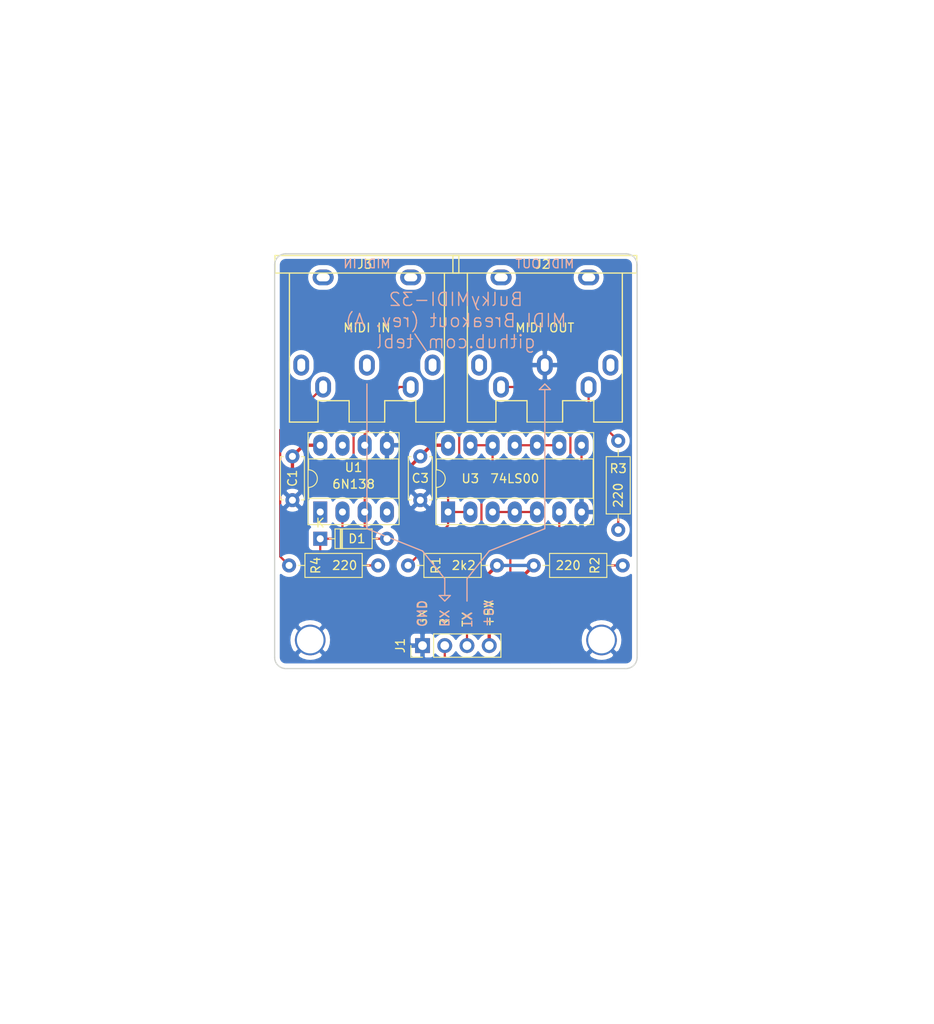
<source format=kicad_pcb>
(kicad_pcb (version 20171130) (host pcbnew "(5.1.8)-1")

  (general
    (thickness 1.6)
    (drawings 33)
    (tracks 78)
    (zones 0)
    (modules 14)
    (nets 14)
  )

  (page A4)
  (layers
    (0 F.Cu signal)
    (31 B.Cu signal)
    (32 B.Adhes user)
    (33 F.Adhes user)
    (34 B.Paste user)
    (35 F.Paste user)
    (36 B.SilkS user)
    (37 F.SilkS user)
    (38 B.Mask user)
    (39 F.Mask user)
    (40 Dwgs.User user)
    (41 Cmts.User user)
    (42 Eco1.User user)
    (43 Eco2.User user)
    (44 Edge.Cuts user)
    (45 Margin user)
    (46 B.CrtYd user)
    (47 F.CrtYd user)
    (48 B.Fab user)
    (49 F.Fab user)
  )

  (setup
    (last_trace_width 0.25)
    (user_trace_width 0.381)
    (trace_clearance 0.2)
    (zone_clearance 0.508)
    (zone_45_only no)
    (trace_min 0.2)
    (via_size 0.6)
    (via_drill 0.4)
    (via_min_size 0.4)
    (via_min_drill 0.3)
    (user_via 1 0.4)
    (uvia_size 0.3)
    (uvia_drill 0.1)
    (uvias_allowed no)
    (uvia_min_size 0.2)
    (uvia_min_drill 0.1)
    (edge_width 0.15)
    (segment_width 0.2)
    (pcb_text_width 0.3)
    (pcb_text_size 1.5 1.5)
    (mod_edge_width 0.15)
    (mod_text_size 1 1)
    (mod_text_width 0.15)
    (pad_size 4 4)
    (pad_drill 3.048)
    (pad_to_mask_clearance 0)
    (aux_axis_origin 0 0)
    (visible_elements 7FFFFFFF)
    (pcbplotparams
      (layerselection 0x011fc_ffffffff)
      (usegerberextensions true)
      (usegerberattributes false)
      (usegerberadvancedattributes false)
      (creategerberjobfile false)
      (excludeedgelayer true)
      (linewidth 0.100000)
      (plotframeref false)
      (viasonmask false)
      (mode 1)
      (useauxorigin false)
      (hpglpennumber 1)
      (hpglpenspeed 20)
      (hpglpendiameter 15.000000)
      (psnegative false)
      (psa4output false)
      (plotreference true)
      (plotvalue true)
      (plotinvisibletext false)
      (padsonsilk false)
      (subtractmaskfromsilk false)
      (outputformat 1)
      (mirror false)
      (drillshape 0)
      (scaleselection 1)
      (outputdirectory "export/"))
  )

  (net 0 "")
  (net 1 GND)
  (net 2 +5V)
  (net 3 "Net-(D1-Pad1)")
  (net 4 "Net-(D1-Pad2)")
  (net 5 "Net-(J2-Pad5)")
  (net 6 "Net-(J2-Pad4)")
  (net 7 "Net-(J3-Pad4)")
  (net 8 "Net-(R1-Pad2)")
  (net 9 MIDI_TxD)
  (net 10 MIDI_RxD)
  (net 11 "Net-(R3-Pad2)")
  (net 12 "Net-(U3-Pad10)")
  (net 13 "Net-(U3-Pad3)")

  (net_class Default "This is the default net class."
    (clearance 0.2)
    (trace_width 0.25)
    (via_dia 0.6)
    (via_drill 0.4)
    (uvia_dia 0.3)
    (uvia_drill 0.1)
    (add_net MIDI_RxD)
    (add_net MIDI_TxD)
    (add_net "Net-(D1-Pad1)")
    (add_net "Net-(D1-Pad2)")
    (add_net "Net-(J2-Pad4)")
    (add_net "Net-(J2-Pad5)")
    (add_net "Net-(J3-Pad4)")
    (add_net "Net-(R1-Pad2)")
    (add_net "Net-(R3-Pad2)")
    (add_net "Net-(U3-Pad10)")
    (add_net "Net-(U3-Pad3)")
  )

  (net_class Power ""
    (clearance 0.2)
    (trace_width 0.381)
    (via_dia 1)
    (via_drill 0.4)
    (uvia_dia 0.3)
    (uvia_drill 0.1)
    (add_net +5V)
    (add_net GND)
  )

  (module Resistor_THT:R_Axial_DIN0207_L6.3mm_D2.5mm_P10.16mm_Horizontal (layer F.Cu) (tedit 5AE5139B) (tstamp 6204C2E8)
    (at 122.809 102.616 180)
    (descr "Resistor, Axial_DIN0207 series, Axial, Horizontal, pin pitch=10.16mm, 0.25W = 1/4W, length*diameter=6.3*2.5mm^2, http://cdn-reichelt.de/documents/datenblatt/B400/1_4W%23YAG.pdf")
    (tags "Resistor Axial_DIN0207 series Axial Horizontal pin pitch 10.16mm 0.25W = 1/4W length 6.3mm diameter 2.5mm")
    (path /6219F0FD)
    (fp_text reference R1 (at 6.985 0 90) (layer F.SilkS)
      (effects (font (size 1 1) (thickness 0.15)))
    )
    (fp_text value 2k2 (at 3.81 0) (layer F.SilkS)
      (effects (font (size 1 1) (thickness 0.15)))
    )
    (fp_line (start 11.21 -1.5) (end -1.05 -1.5) (layer F.CrtYd) (width 0.05))
    (fp_line (start 11.21 1.5) (end 11.21 -1.5) (layer F.CrtYd) (width 0.05))
    (fp_line (start -1.05 1.5) (end 11.21 1.5) (layer F.CrtYd) (width 0.05))
    (fp_line (start -1.05 -1.5) (end -1.05 1.5) (layer F.CrtYd) (width 0.05))
    (fp_line (start 9.12 0) (end 8.35 0) (layer F.SilkS) (width 0.12))
    (fp_line (start 1.04 0) (end 1.81 0) (layer F.SilkS) (width 0.12))
    (fp_line (start 8.35 -1.37) (end 1.81 -1.37) (layer F.SilkS) (width 0.12))
    (fp_line (start 8.35 1.37) (end 8.35 -1.37) (layer F.SilkS) (width 0.12))
    (fp_line (start 1.81 1.37) (end 8.35 1.37) (layer F.SilkS) (width 0.12))
    (fp_line (start 1.81 -1.37) (end 1.81 1.37) (layer F.SilkS) (width 0.12))
    (fp_line (start 10.16 0) (end 8.23 0) (layer F.Fab) (width 0.1))
    (fp_line (start 0 0) (end 1.93 0) (layer F.Fab) (width 0.1))
    (fp_line (start 8.23 -1.25) (end 1.93 -1.25) (layer F.Fab) (width 0.1))
    (fp_line (start 8.23 1.25) (end 8.23 -1.25) (layer F.Fab) (width 0.1))
    (fp_line (start 1.93 1.25) (end 8.23 1.25) (layer F.Fab) (width 0.1))
    (fp_line (start 1.93 -1.25) (end 1.93 1.25) (layer F.Fab) (width 0.1))
    (fp_text user %R (at 6.985 0 90) (layer F.Fab)
      (effects (font (size 1 1) (thickness 0.15)))
    )
    (pad 2 thru_hole oval (at 10.16 0 180) (size 1.6 1.6) (drill 0.8) (layers *.Cu *.Mask)
      (net 8 "Net-(R1-Pad2)"))
    (pad 1 thru_hole circle (at 0 0 180) (size 1.6 1.6) (drill 0.8) (layers *.Cu *.Mask)
      (net 2 +5V))
    (model ${KISYS3DMOD}/Resistor_THT.3dshapes/R_Axial_DIN0207_L6.3mm_D2.5mm_P10.16mm_Horizontal.wrl
      (at (xyz 0 0 0))
      (scale (xyz 1 1 1))
      (rotate (xyz 0 0 0))
    )
  )

  (module Resistor_THT:R_Axial_DIN0207_L6.3mm_D2.5mm_P10.16mm_Horizontal (layer F.Cu) (tedit 5AE5139B) (tstamp 62059B4B)
    (at 136.652 88.392 270)
    (descr "Resistor, Axial_DIN0207 series, Axial, Horizontal, pin pitch=10.16mm, 0.25W = 1/4W, length*diameter=6.3*2.5mm^2, http://cdn-reichelt.de/documents/datenblatt/B400/1_4W%23YAG.pdf")
    (tags "Resistor Axial_DIN0207 series Axial Horizontal pin pitch 10.16mm 0.25W = 1/4W length 6.3mm diameter 2.5mm")
    (path /622D9678)
    (fp_text reference R3 (at 3.175 0 180) (layer F.SilkS)
      (effects (font (size 1 1) (thickness 0.15)))
    )
    (fp_text value 220 (at 6.223 0 90) (layer F.SilkS)
      (effects (font (size 1 1) (thickness 0.15)))
    )
    (fp_line (start 11.21 -1.5) (end -1.05 -1.5) (layer F.CrtYd) (width 0.05))
    (fp_line (start 11.21 1.5) (end 11.21 -1.5) (layer F.CrtYd) (width 0.05))
    (fp_line (start -1.05 1.5) (end 11.21 1.5) (layer F.CrtYd) (width 0.05))
    (fp_line (start -1.05 -1.5) (end -1.05 1.5) (layer F.CrtYd) (width 0.05))
    (fp_line (start 9.12 0) (end 8.35 0) (layer F.SilkS) (width 0.12))
    (fp_line (start 1.04 0) (end 1.81 0) (layer F.SilkS) (width 0.12))
    (fp_line (start 8.35 -1.37) (end 1.81 -1.37) (layer F.SilkS) (width 0.12))
    (fp_line (start 8.35 1.37) (end 8.35 -1.37) (layer F.SilkS) (width 0.12))
    (fp_line (start 1.81 1.37) (end 8.35 1.37) (layer F.SilkS) (width 0.12))
    (fp_line (start 1.81 -1.37) (end 1.81 1.37) (layer F.SilkS) (width 0.12))
    (fp_line (start 10.16 0) (end 8.23 0) (layer F.Fab) (width 0.1))
    (fp_line (start 0 0) (end 1.93 0) (layer F.Fab) (width 0.1))
    (fp_line (start 8.23 -1.25) (end 1.93 -1.25) (layer F.Fab) (width 0.1))
    (fp_line (start 8.23 1.25) (end 8.23 -1.25) (layer F.Fab) (width 0.1))
    (fp_line (start 1.93 1.25) (end 8.23 1.25) (layer F.Fab) (width 0.1))
    (fp_line (start 1.93 -1.25) (end 1.93 1.25) (layer F.Fab) (width 0.1))
    (fp_text user %R (at 3.175 0 180) (layer F.Fab)
      (effects (font (size 1 1) (thickness 0.15)))
    )
    (pad 2 thru_hole oval (at 10.16 0 270) (size 1.6 1.6) (drill 0.8) (layers *.Cu *.Mask)
      (net 11 "Net-(R3-Pad2)"))
    (pad 1 thru_hole circle (at 0 0 270) (size 1.6 1.6) (drill 0.8) (layers *.Cu *.Mask)
      (net 5 "Net-(J2-Pad5)"))
    (model ${KISYS3DMOD}/Resistor_THT.3dshapes/R_Axial_DIN0207_L6.3mm_D2.5mm_P10.16mm_Horizontal.wrl
      (at (xyz 0 0 0))
      (scale (xyz 1 1 1))
      (rotate (xyz 0 0 0))
    )
  )

  (module Package_DIP:DIP-8_W7.62mm_Socket_LongPads (layer F.Cu) (tedit 5A02E8C5) (tstamp 6204C351)
    (at 102.616 96.52 90)
    (descr "8-lead though-hole mounted DIP package, row spacing 7.62 mm (300 mils), Socket, LongPads")
    (tags "THT DIP DIL PDIP 2.54mm 7.62mm 300mil Socket LongPads")
    (path /62109585)
    (fp_text reference U1 (at 5.08 3.81 180) (layer F.SilkS)
      (effects (font (size 1 1) (thickness 0.15)))
    )
    (fp_text value 6N138 (at 3.175 3.81 180) (layer F.SilkS)
      (effects (font (size 1 1) (thickness 0.15)))
    )
    (fp_line (start 1.635 -1.27) (end 6.985 -1.27) (layer F.Fab) (width 0.1))
    (fp_line (start 6.985 -1.27) (end 6.985 8.89) (layer F.Fab) (width 0.1))
    (fp_line (start 6.985 8.89) (end 0.635 8.89) (layer F.Fab) (width 0.1))
    (fp_line (start 0.635 8.89) (end 0.635 -0.27) (layer F.Fab) (width 0.1))
    (fp_line (start 0.635 -0.27) (end 1.635 -1.27) (layer F.Fab) (width 0.1))
    (fp_line (start -1.27 -1.33) (end -1.27 8.95) (layer F.Fab) (width 0.1))
    (fp_line (start -1.27 8.95) (end 8.89 8.95) (layer F.Fab) (width 0.1))
    (fp_line (start 8.89 8.95) (end 8.89 -1.33) (layer F.Fab) (width 0.1))
    (fp_line (start 8.89 -1.33) (end -1.27 -1.33) (layer F.Fab) (width 0.1))
    (fp_line (start 2.81 -1.33) (end 1.56 -1.33) (layer F.SilkS) (width 0.12))
    (fp_line (start 1.56 -1.33) (end 1.56 8.95) (layer F.SilkS) (width 0.12))
    (fp_line (start 1.56 8.95) (end 6.06 8.95) (layer F.SilkS) (width 0.12))
    (fp_line (start 6.06 8.95) (end 6.06 -1.33) (layer F.SilkS) (width 0.12))
    (fp_line (start 6.06 -1.33) (end 4.81 -1.33) (layer F.SilkS) (width 0.12))
    (fp_line (start -1.44 -1.39) (end -1.44 9.01) (layer F.SilkS) (width 0.12))
    (fp_line (start -1.44 9.01) (end 9.06 9.01) (layer F.SilkS) (width 0.12))
    (fp_line (start 9.06 9.01) (end 9.06 -1.39) (layer F.SilkS) (width 0.12))
    (fp_line (start 9.06 -1.39) (end -1.44 -1.39) (layer F.SilkS) (width 0.12))
    (fp_line (start -1.55 -1.6) (end -1.55 9.2) (layer F.CrtYd) (width 0.05))
    (fp_line (start -1.55 9.2) (end 9.15 9.2) (layer F.CrtYd) (width 0.05))
    (fp_line (start 9.15 9.2) (end 9.15 -1.6) (layer F.CrtYd) (width 0.05))
    (fp_line (start 9.15 -1.6) (end -1.55 -1.6) (layer F.CrtYd) (width 0.05))
    (fp_arc (start 3.81 -1.33) (end 2.81 -1.33) (angle -180) (layer F.SilkS) (width 0.12))
    (fp_text user %R (at 5.08 3.81 180) (layer F.Fab)
      (effects (font (size 1 1) (thickness 0.15)))
    )
    (pad 1 thru_hole rect (at 0 0 90) (size 2.4 1.6) (drill 0.8) (layers *.Cu *.Mask))
    (pad 5 thru_hole oval (at 7.62 7.62 90) (size 2.4 1.6) (drill 0.8) (layers *.Cu *.Mask)
      (net 1 GND))
    (pad 2 thru_hole oval (at 0 2.54 90) (size 2.4 1.6) (drill 0.8) (layers *.Cu *.Mask)
      (net 3 "Net-(D1-Pad1)"))
    (pad 6 thru_hole oval (at 7.62 5.08 90) (size 2.4 1.6) (drill 0.8) (layers *.Cu *.Mask)
      (net 8 "Net-(R1-Pad2)"))
    (pad 3 thru_hole oval (at 0 5.08 90) (size 2.4 1.6) (drill 0.8) (layers *.Cu *.Mask)
      (net 4 "Net-(D1-Pad2)"))
    (pad 7 thru_hole oval (at 7.62 2.54 90) (size 2.4 1.6) (drill 0.8) (layers *.Cu *.Mask))
    (pad 4 thru_hole oval (at 0 7.62 90) (size 2.4 1.6) (drill 0.8) (layers *.Cu *.Mask))
    (pad 8 thru_hole oval (at 7.62 0 90) (size 2.4 1.6) (drill 0.8) (layers *.Cu *.Mask)
      (net 2 +5V))
    (model ${KISYS3DMOD}/Package_DIP.3dshapes/DIP-8_W7.62mm_Socket.wrl
      (at (xyz 0 0 0))
      (scale (xyz 1 1 1))
      (rotate (xyz 0 0 0))
    )
  )

  (module Package_DIP:DIP-14_W7.62mm_Socket_LongPads (layer F.Cu) (tedit 5A02E8C5) (tstamp 6204C37B)
    (at 117.221 96.52 90)
    (descr "14-lead though-hole mounted DIP package, row spacing 7.62 mm (300 mils), Socket, LongPads")
    (tags "THT DIP DIL PDIP 2.54mm 7.62mm 300mil Socket LongPads")
    (path /620D2C7D)
    (fp_text reference U3 (at 3.81 2.54 180) (layer F.SilkS)
      (effects (font (size 1 1) (thickness 0.15)))
    )
    (fp_text value 74LS00 (at 3.81 7.62 180) (layer F.SilkS)
      (effects (font (size 1 1) (thickness 0.15)))
    )
    (fp_line (start 1.635 -1.27) (end 6.985 -1.27) (layer F.Fab) (width 0.1))
    (fp_line (start 6.985 -1.27) (end 6.985 16.51) (layer F.Fab) (width 0.1))
    (fp_line (start 6.985 16.51) (end 0.635 16.51) (layer F.Fab) (width 0.1))
    (fp_line (start 0.635 16.51) (end 0.635 -0.27) (layer F.Fab) (width 0.1))
    (fp_line (start 0.635 -0.27) (end 1.635 -1.27) (layer F.Fab) (width 0.1))
    (fp_line (start -1.27 -1.33) (end -1.27 16.57) (layer F.Fab) (width 0.1))
    (fp_line (start -1.27 16.57) (end 8.89 16.57) (layer F.Fab) (width 0.1))
    (fp_line (start 8.89 16.57) (end 8.89 -1.33) (layer F.Fab) (width 0.1))
    (fp_line (start 8.89 -1.33) (end -1.27 -1.33) (layer F.Fab) (width 0.1))
    (fp_line (start 2.81 -1.33) (end 1.56 -1.33) (layer F.SilkS) (width 0.12))
    (fp_line (start 1.56 -1.33) (end 1.56 16.57) (layer F.SilkS) (width 0.12))
    (fp_line (start 1.56 16.57) (end 6.06 16.57) (layer F.SilkS) (width 0.12))
    (fp_line (start 6.06 16.57) (end 6.06 -1.33) (layer F.SilkS) (width 0.12))
    (fp_line (start 6.06 -1.33) (end 4.81 -1.33) (layer F.SilkS) (width 0.12))
    (fp_line (start -1.44 -1.39) (end -1.44 16.63) (layer F.SilkS) (width 0.12))
    (fp_line (start -1.44 16.63) (end 9.06 16.63) (layer F.SilkS) (width 0.12))
    (fp_line (start 9.06 16.63) (end 9.06 -1.39) (layer F.SilkS) (width 0.12))
    (fp_line (start 9.06 -1.39) (end -1.44 -1.39) (layer F.SilkS) (width 0.12))
    (fp_line (start -1.55 -1.6) (end -1.55 16.85) (layer F.CrtYd) (width 0.05))
    (fp_line (start -1.55 16.85) (end 9.15 16.85) (layer F.CrtYd) (width 0.05))
    (fp_line (start 9.15 16.85) (end 9.15 -1.6) (layer F.CrtYd) (width 0.05))
    (fp_line (start 9.15 -1.6) (end -1.55 -1.6) (layer F.CrtYd) (width 0.05))
    (fp_arc (start 3.81 -1.33) (end 2.81 -1.33) (angle -180) (layer F.SilkS) (width 0.12))
    (fp_text user %R (at 3.81 2.54 180) (layer F.Fab)
      (effects (font (size 1 1) (thickness 0.15)))
    )
    (pad 1 thru_hole rect (at 0 0 90) (size 2.4 1.6) (drill 0.8) (layers *.Cu *.Mask)
      (net 8 "Net-(R1-Pad2)"))
    (pad 8 thru_hole oval (at 7.62 15.24 90) (size 2.4 1.6) (drill 0.8) (layers *.Cu *.Mask)
      (net 11 "Net-(R3-Pad2)"))
    (pad 2 thru_hole oval (at 0 2.54 90) (size 2.4 1.6) (drill 0.8) (layers *.Cu *.Mask)
      (net 8 "Net-(R1-Pad2)"))
    (pad 9 thru_hole oval (at 7.62 12.7 90) (size 2.4 1.6) (drill 0.8) (layers *.Cu *.Mask)
      (net 12 "Net-(U3-Pad10)"))
    (pad 3 thru_hole oval (at 0 5.08 90) (size 2.4 1.6) (drill 0.8) (layers *.Cu *.Mask)
      (net 13 "Net-(U3-Pad3)"))
    (pad 10 thru_hole oval (at 7.62 10.16 90) (size 2.4 1.6) (drill 0.8) (layers *.Cu *.Mask)
      (net 12 "Net-(U3-Pad10)"))
    (pad 4 thru_hole oval (at 0 7.62 90) (size 2.4 1.6) (drill 0.8) (layers *.Cu *.Mask)
      (net 13 "Net-(U3-Pad3)"))
    (pad 11 thru_hole oval (at 7.62 7.62 90) (size 2.4 1.6) (drill 0.8) (layers *.Cu *.Mask)
      (net 12 "Net-(U3-Pad10)"))
    (pad 5 thru_hole oval (at 0 10.16 90) (size 2.4 1.6) (drill 0.8) (layers *.Cu *.Mask)
      (net 13 "Net-(U3-Pad3)"))
    (pad 12 thru_hole oval (at 7.62 5.08 90) (size 2.4 1.6) (drill 0.8) (layers *.Cu *.Mask)
      (net 9 MIDI_TxD))
    (pad 6 thru_hole oval (at 0 12.7 90) (size 2.4 1.6) (drill 0.8) (layers *.Cu *.Mask)
      (net 10 MIDI_RxD))
    (pad 13 thru_hole oval (at 7.62 2.54 90) (size 2.4 1.6) (drill 0.8) (layers *.Cu *.Mask)
      (net 9 MIDI_TxD))
    (pad 7 thru_hole oval (at 0 15.24 90) (size 2.4 1.6) (drill 0.8) (layers *.Cu *.Mask)
      (net 1 GND))
    (pad 14 thru_hole oval (at 7.62 0 90) (size 2.4 1.6) (drill 0.8) (layers *.Cu *.Mask)
      (net 2 +5V))
    (model ${KISYS3DMOD}/Package_DIP.3dshapes/DIP-14_W7.62mm_Socket.wrl
      (at (xyz 0 0 0))
      (scale (xyz 1 1 1))
      (rotate (xyz 0 0 0))
    )
  )

  (module Capacitor_THT:C_Disc_D4.7mm_W2.5mm_P5.00mm (layer F.Cu) (tedit 5AE50EF0) (tstamp 6205997E)
    (at 114.046 90.17 270)
    (descr "C, Disc series, Radial, pin pitch=5.00mm, , diameter*width=4.7*2.5mm^2, Capacitor, http://www.vishay.com/docs/45233/krseries.pdf")
    (tags "C Disc series Radial pin pitch 5.00mm  diameter 4.7mm width 2.5mm Capacitor")
    (path /6257FB01)
    (fp_text reference C3 (at 2.5 0 180) (layer F.SilkS)
      (effects (font (size 1 1) (thickness 0.15)))
    )
    (fp_text value 100nF (at 2.5 2.5 90) (layer F.Fab)
      (effects (font (size 1 1) (thickness 0.15)))
    )
    (fp_line (start 0.15 -1.25) (end 0.15 1.25) (layer F.Fab) (width 0.1))
    (fp_line (start 0.15 1.25) (end 4.85 1.25) (layer F.Fab) (width 0.1))
    (fp_line (start 4.85 1.25) (end 4.85 -1.25) (layer F.Fab) (width 0.1))
    (fp_line (start 4.85 -1.25) (end 0.15 -1.25) (layer F.Fab) (width 0.1))
    (fp_line (start 0.03 -1.37) (end 4.97 -1.37) (layer F.SilkS) (width 0.12))
    (fp_line (start 0.03 1.37) (end 4.97 1.37) (layer F.SilkS) (width 0.12))
    (fp_line (start 0.03 -1.37) (end 0.03 -1.055) (layer F.SilkS) (width 0.12))
    (fp_line (start 0.03 1.055) (end 0.03 1.37) (layer F.SilkS) (width 0.12))
    (fp_line (start 4.97 -1.37) (end 4.97 -1.055) (layer F.SilkS) (width 0.12))
    (fp_line (start 4.97 1.055) (end 4.97 1.37) (layer F.SilkS) (width 0.12))
    (fp_line (start -1.05 -1.5) (end -1.05 1.5) (layer F.CrtYd) (width 0.05))
    (fp_line (start -1.05 1.5) (end 6.05 1.5) (layer F.CrtYd) (width 0.05))
    (fp_line (start 6.05 1.5) (end 6.05 -1.5) (layer F.CrtYd) (width 0.05))
    (fp_line (start 6.05 -1.5) (end -1.05 -1.5) (layer F.CrtYd) (width 0.05))
    (fp_text user %R (at 2.5 0 180) (layer F.Fab)
      (effects (font (size 0.94 0.94) (thickness 0.141)))
    )
    (pad 2 thru_hole circle (at 5 0 270) (size 1.6 1.6) (drill 0.8) (layers *.Cu *.Mask)
      (net 1 GND))
    (pad 1 thru_hole circle (at 0 0 270) (size 1.6 1.6) (drill 0.8) (layers *.Cu *.Mask)
      (net 2 +5V))
    (model ${KISYS3DMOD}/Capacitor_THT.3dshapes/C_Disc_D4.7mm_W2.5mm_P5.00mm.wrl
      (at (xyz 0 0 0))
      (scale (xyz 1 1 1))
      (rotate (xyz 0 0 0))
    )
  )

  (module Capacitor_THT:C_Disc_D4.7mm_W2.5mm_P5.00mm (layer F.Cu) (tedit 5AE50EF0) (tstamp 62E46184)
    (at 99.441 90.17 270)
    (descr "C, Disc series, Radial, pin pitch=5.00mm, , diameter*width=4.7*2.5mm^2, Capacitor, http://www.vishay.com/docs/45233/krseries.pdf")
    (tags "C Disc series Radial pin pitch 5.00mm  diameter 4.7mm width 2.5mm Capacitor")
    (path /62E57D8A)
    (fp_text reference C1 (at 2.5 0 90) (layer F.SilkS)
      (effects (font (size 1 1) (thickness 0.15)))
    )
    (fp_text value 100nF (at 2.5 2.5 90) (layer F.Fab)
      (effects (font (size 1 1) (thickness 0.15)))
    )
    (fp_line (start 0.15 -1.25) (end 0.15 1.25) (layer F.Fab) (width 0.1))
    (fp_line (start 0.15 1.25) (end 4.85 1.25) (layer F.Fab) (width 0.1))
    (fp_line (start 4.85 1.25) (end 4.85 -1.25) (layer F.Fab) (width 0.1))
    (fp_line (start 4.85 -1.25) (end 0.15 -1.25) (layer F.Fab) (width 0.1))
    (fp_line (start 0.03 -1.37) (end 4.97 -1.37) (layer F.SilkS) (width 0.12))
    (fp_line (start 0.03 1.37) (end 4.97 1.37) (layer F.SilkS) (width 0.12))
    (fp_line (start 0.03 -1.37) (end 0.03 -1.055) (layer F.SilkS) (width 0.12))
    (fp_line (start 0.03 1.055) (end 0.03 1.37) (layer F.SilkS) (width 0.12))
    (fp_line (start 4.97 -1.37) (end 4.97 -1.055) (layer F.SilkS) (width 0.12))
    (fp_line (start 4.97 1.055) (end 4.97 1.37) (layer F.SilkS) (width 0.12))
    (fp_line (start -1.05 -1.5) (end -1.05 1.5) (layer F.CrtYd) (width 0.05))
    (fp_line (start -1.05 1.5) (end 6.05 1.5) (layer F.CrtYd) (width 0.05))
    (fp_line (start 6.05 1.5) (end 6.05 -1.5) (layer F.CrtYd) (width 0.05))
    (fp_line (start 6.05 -1.5) (end -1.05 -1.5) (layer F.CrtYd) (width 0.05))
    (fp_text user %R (at 2.5 0 90) (layer F.Fab)
      (effects (font (size 0.94 0.94) (thickness 0.141)))
    )
    (pad 1 thru_hole circle (at 0 0 270) (size 1.6 1.6) (drill 0.8) (layers *.Cu *.Mask)
      (net 2 +5V))
    (pad 2 thru_hole circle (at 5 0 270) (size 1.6 1.6) (drill 0.8) (layers *.Cu *.Mask)
      (net 1 GND))
    (model ${KISYS3DMOD}/Capacitor_THT.3dshapes/C_Disc_D4.7mm_W2.5mm_P5.00mm.wrl
      (at (xyz 0 0 0))
      (scale (xyz 1 1 1))
      (rotate (xyz 0 0 0))
    )
  )

  (module Diode_THT:D_DO-35_SOD27_P7.62mm_Horizontal (layer F.Cu) (tedit 5AE50CD5) (tstamp 62E4624C)
    (at 102.616 99.568)
    (descr "Diode, DO-35_SOD27 series, Axial, Horizontal, pin pitch=7.62mm, , length*diameter=4*2mm^2, , http://www.diodes.com/_files/packages/DO-35.pdf")
    (tags "Diode DO-35_SOD27 series Axial Horizontal pin pitch 7.62mm  length 4mm diameter 2mm")
    (path /62E57D8C)
    (fp_text reference D1 (at 4.191 0) (layer F.SilkS)
      (effects (font (size 1 1) (thickness 0.15)))
    )
    (fp_text value 1N4148 (at 3.81 2.12) (layer F.Fab)
      (effects (font (size 1 1) (thickness 0.15)))
    )
    (fp_line (start 1.81 -1) (end 1.81 1) (layer F.Fab) (width 0.1))
    (fp_line (start 1.81 1) (end 5.81 1) (layer F.Fab) (width 0.1))
    (fp_line (start 5.81 1) (end 5.81 -1) (layer F.Fab) (width 0.1))
    (fp_line (start 5.81 -1) (end 1.81 -1) (layer F.Fab) (width 0.1))
    (fp_line (start 0 0) (end 1.81 0) (layer F.Fab) (width 0.1))
    (fp_line (start 7.62 0) (end 5.81 0) (layer F.Fab) (width 0.1))
    (fp_line (start 2.41 -1) (end 2.41 1) (layer F.Fab) (width 0.1))
    (fp_line (start 2.51 -1) (end 2.51 1) (layer F.Fab) (width 0.1))
    (fp_line (start 2.31 -1) (end 2.31 1) (layer F.Fab) (width 0.1))
    (fp_line (start 1.69 -1.12) (end 1.69 1.12) (layer F.SilkS) (width 0.12))
    (fp_line (start 1.69 1.12) (end 5.93 1.12) (layer F.SilkS) (width 0.12))
    (fp_line (start 5.93 1.12) (end 5.93 -1.12) (layer F.SilkS) (width 0.12))
    (fp_line (start 5.93 -1.12) (end 1.69 -1.12) (layer F.SilkS) (width 0.12))
    (fp_line (start 1.04 0) (end 1.69 0) (layer F.SilkS) (width 0.12))
    (fp_line (start 6.58 0) (end 5.93 0) (layer F.SilkS) (width 0.12))
    (fp_line (start 2.41 -1.12) (end 2.41 1.12) (layer F.SilkS) (width 0.12))
    (fp_line (start 2.53 -1.12) (end 2.53 1.12) (layer F.SilkS) (width 0.12))
    (fp_line (start 2.29 -1.12) (end 2.29 1.12) (layer F.SilkS) (width 0.12))
    (fp_line (start -1.05 -1.25) (end -1.05 1.25) (layer F.CrtYd) (width 0.05))
    (fp_line (start -1.05 1.25) (end 8.67 1.25) (layer F.CrtYd) (width 0.05))
    (fp_line (start 8.67 1.25) (end 8.67 -1.25) (layer F.CrtYd) (width 0.05))
    (fp_line (start 8.67 -1.25) (end -1.05 -1.25) (layer F.CrtYd) (width 0.05))
    (fp_text user %R (at 4.11 0) (layer F.Fab)
      (effects (font (size 0.8 0.8) (thickness 0.12)))
    )
    (fp_text user K (at 0 -1.8) (layer F.Fab)
      (effects (font (size 1 1) (thickness 0.15)))
    )
    (fp_text user K (at 0 -1.8) (layer F.SilkS)
      (effects (font (size 1 1) (thickness 0.15)))
    )
    (pad 1 thru_hole rect (at 0 0) (size 1.6 1.6) (drill 0.8) (layers *.Cu *.Mask)
      (net 3 "Net-(D1-Pad1)"))
    (pad 2 thru_hole oval (at 7.62 0) (size 1.6 1.6) (drill 0.8) (layers *.Cu *.Mask)
      (net 4 "Net-(D1-Pad2)"))
    (model ${KISYS3DMOD}/Diode_THT.3dshapes/D_DO-35_SOD27_P7.62mm_Horizontal.wrl
      (at (xyz 0 0 0))
      (scale (xyz 1 1 1))
      (rotate (xyz 0 0 0))
    )
  )

  (module BulkyMIDI-32:DIN5_MIDI locked (layer F.Cu) (tedit 61EDF634) (tstamp 62E46267)
    (at 128.27 79.756 180)
    (path /62E57D8F)
    (fp_text reference J2 (at 0.25 11.5 180) (layer F.SilkS)
      (effects (font (size 1 1) (thickness 0.15)))
    )
    (fp_text value "MIDI OUT" (at 0 4.25 180) (layer F.SilkS)
      (effects (font (size 1 1) (thickness 0.15)))
    )
    (fp_line (start 0 12.5) (end -10.5 12.5) (layer F.SilkS) (width 0.15))
    (fp_line (start 0 12.5) (end 10.5 12.5) (layer F.SilkS) (width 0.15))
    (fp_line (start 10.5 10.5) (end 10.5 12.5) (layer F.SilkS) (width 0.15))
    (fp_line (start -10.5 10.5) (end 10.5 10.5) (layer F.SilkS) (width 0.15))
    (fp_line (start -10.5 12.5) (end -10.5 10.5) (layer F.SilkS) (width 0.15))
    (fp_line (start 8.85 -6.5) (end 8.85 10.5) (layer F.SilkS) (width 0.15))
    (fp_line (start -8.85 10.5) (end -8.85 -6.5) (layer F.SilkS) (width 0.15))
    (fp_line (start -8.85 -6.5) (end -5.588 -6.5) (layer F.SilkS) (width 0.15))
    (fp_line (start -5.588 -4.064) (end -2.032 -4.064) (layer F.SilkS) (width 0.15))
    (fp_line (start 2.032 -4.064) (end 5.588 -4.064) (layer F.SilkS) (width 0.15))
    (fp_line (start 8.85 -6.5) (end 5.588 -6.5) (layer F.SilkS) (width 0.15))
    (fp_line (start -5.588 -6.5) (end -5.588 -4.064) (layer F.SilkS) (width 0.15))
    (fp_line (start 5.588 -6.5) (end 5.588 -4.064) (layer F.SilkS) (width 0.15))
    (fp_line (start -2.032 -6.5) (end -2.032 -4.064) (layer F.SilkS) (width 0.15))
    (fp_line (start 2.032 -6.5) (end 2.032 -4.064) (layer F.SilkS) (width 0.15))
    (fp_line (start -2.032 -6.5) (end 2.032 -6.5) (layer F.SilkS) (width 0.12))
    (pad 5 thru_hole oval (at -5 -2.5 180) (size 1.8 2.4) (drill oval 0.9 1.5) (layers *.Cu *.Mask)
      (net 5 "Net-(J2-Pad5)"))
    (pad 4 thru_hole oval (at 5 -2.5 180) (size 1.8 2.4) (drill oval 0.9 1.5) (layers *.Cu *.Mask)
      (net 6 "Net-(J2-Pad4)"))
    (pad 3 thru_hole oval (at -7.5 0 180) (size 1.8 2.4) (drill oval 0.9 1.5) (layers *.Cu *.Mask))
    (pad 1 thru_hole oval (at 7.5 0 180) (size 1.8 2.4) (drill oval 0.9 1.5) (layers *.Cu *.Mask))
    (pad "" np_thru_hole oval (at -5 10 180) (size 2.4 1.8) (drill oval 1.5 0.9) (layers *.Cu *.Mask))
    (pad "" np_thru_hole oval (at 5 10 180) (size 2.4 1.8) (drill oval 1.5 0.9) (layers *.Cu *.Mask))
    (pad 2 thru_hole oval (at 0 0 180) (size 1.8 2.4) (drill oval 0.9 1.5) (layers *.Cu *.Mask)
      (net 1 GND))
  )

  (module BulkyMIDI-32:DIN5_MIDI locked (layer F.Cu) (tedit 61EDF634) (tstamp 62E46282)
    (at 107.95 79.756 180)
    (path /62E57D8B)
    (fp_text reference J3 (at 0.25 11.5 180) (layer F.SilkS)
      (effects (font (size 1 1) (thickness 0.15)))
    )
    (fp_text value "MIDI IN" (at 0 4.25 180) (layer F.SilkS)
      (effects (font (size 1 1) (thickness 0.15)))
    )
    (fp_line (start -2.032 -6.5) (end 2.032 -6.5) (layer F.SilkS) (width 0.12))
    (fp_line (start 2.032 -6.5) (end 2.032 -4.064) (layer F.SilkS) (width 0.15))
    (fp_line (start -2.032 -6.5) (end -2.032 -4.064) (layer F.SilkS) (width 0.15))
    (fp_line (start 5.588 -6.5) (end 5.588 -4.064) (layer F.SilkS) (width 0.15))
    (fp_line (start -5.588 -6.5) (end -5.588 -4.064) (layer F.SilkS) (width 0.15))
    (fp_line (start 8.85 -6.5) (end 5.588 -6.5) (layer F.SilkS) (width 0.15))
    (fp_line (start 2.032 -4.064) (end 5.588 -4.064) (layer F.SilkS) (width 0.15))
    (fp_line (start -5.588 -4.064) (end -2.032 -4.064) (layer F.SilkS) (width 0.15))
    (fp_line (start -8.85 -6.5) (end -5.588 -6.5) (layer F.SilkS) (width 0.15))
    (fp_line (start -8.85 10.5) (end -8.85 -6.5) (layer F.SilkS) (width 0.15))
    (fp_line (start 8.85 -6.5) (end 8.85 10.5) (layer F.SilkS) (width 0.15))
    (fp_line (start -10.5 12.5) (end -10.5 10.5) (layer F.SilkS) (width 0.15))
    (fp_line (start -10.5 10.5) (end 10.5 10.5) (layer F.SilkS) (width 0.15))
    (fp_line (start 10.5 10.5) (end 10.5 12.5) (layer F.SilkS) (width 0.15))
    (fp_line (start 0 12.5) (end 10.5 12.5) (layer F.SilkS) (width 0.15))
    (fp_line (start 0 12.5) (end -10.5 12.5) (layer F.SilkS) (width 0.15))
    (pad 2 thru_hole oval (at 0 0 180) (size 1.8 2.4) (drill oval 0.9 1.5) (layers *.Cu *.Mask))
    (pad "" np_thru_hole oval (at 5 10 180) (size 2.4 1.8) (drill oval 1.5 0.9) (layers *.Cu *.Mask))
    (pad "" np_thru_hole oval (at -5 10 180) (size 2.4 1.8) (drill oval 1.5 0.9) (layers *.Cu *.Mask))
    (pad 1 thru_hole oval (at 7.5 0 180) (size 1.8 2.4) (drill oval 0.9 1.5) (layers *.Cu *.Mask))
    (pad 3 thru_hole oval (at -7.5 0 180) (size 1.8 2.4) (drill oval 0.9 1.5) (layers *.Cu *.Mask))
    (pad 4 thru_hole oval (at 5 -2.5 180) (size 1.8 2.4) (drill oval 0.9 1.5) (layers *.Cu *.Mask)
      (net 7 "Net-(J3-Pad4)"))
    (pad 5 thru_hole oval (at -5 -2.5 180) (size 1.8 2.4) (drill oval 0.9 1.5) (layers *.Cu *.Mask)
      (net 4 "Net-(D1-Pad2)"))
  )

  (module Resistor_THT:R_Axial_DIN0207_L6.3mm_D2.5mm_P10.16mm_Horizontal (layer F.Cu) (tedit 5AE5139B) (tstamp 62E462B8)
    (at 127 102.616)
    (descr "Resistor, Axial_DIN0207 series, Axial, Horizontal, pin pitch=10.16mm, 0.25W = 1/4W, length*diameter=6.3*2.5mm^2, http://cdn-reichelt.de/documents/datenblatt/B400/1_4W%23YAG.pdf")
    (tags "Resistor Axial_DIN0207 series Axial Horizontal pin pitch 10.16mm 0.25W = 1/4W length 6.3mm diameter 2.5mm")
    (path /62E57D91)
    (fp_text reference R2 (at 6.985 0 90) (layer F.SilkS)
      (effects (font (size 1 1) (thickness 0.15)))
    )
    (fp_text value 220 (at 3.937 0) (layer F.SilkS)
      (effects (font (size 1 1) (thickness 0.15)))
    )
    (fp_line (start 1.93 -1.25) (end 1.93 1.25) (layer F.Fab) (width 0.1))
    (fp_line (start 1.93 1.25) (end 8.23 1.25) (layer F.Fab) (width 0.1))
    (fp_line (start 8.23 1.25) (end 8.23 -1.25) (layer F.Fab) (width 0.1))
    (fp_line (start 8.23 -1.25) (end 1.93 -1.25) (layer F.Fab) (width 0.1))
    (fp_line (start 0 0) (end 1.93 0) (layer F.Fab) (width 0.1))
    (fp_line (start 10.16 0) (end 8.23 0) (layer F.Fab) (width 0.1))
    (fp_line (start 1.81 -1.37) (end 1.81 1.37) (layer F.SilkS) (width 0.12))
    (fp_line (start 1.81 1.37) (end 8.35 1.37) (layer F.SilkS) (width 0.12))
    (fp_line (start 8.35 1.37) (end 8.35 -1.37) (layer F.SilkS) (width 0.12))
    (fp_line (start 8.35 -1.37) (end 1.81 -1.37) (layer F.SilkS) (width 0.12))
    (fp_line (start 1.04 0) (end 1.81 0) (layer F.SilkS) (width 0.12))
    (fp_line (start 9.12 0) (end 8.35 0) (layer F.SilkS) (width 0.12))
    (fp_line (start -1.05 -1.5) (end -1.05 1.5) (layer F.CrtYd) (width 0.05))
    (fp_line (start -1.05 1.5) (end 11.21 1.5) (layer F.CrtYd) (width 0.05))
    (fp_line (start 11.21 1.5) (end 11.21 -1.5) (layer F.CrtYd) (width 0.05))
    (fp_line (start 11.21 -1.5) (end -1.05 -1.5) (layer F.CrtYd) (width 0.05))
    (fp_text user %R (at 6.985 0 90) (layer F.Fab)
      (effects (font (size 1 1) (thickness 0.15)))
    )
    (pad 1 thru_hole circle (at 0 0) (size 1.6 1.6) (drill 0.8) (layers *.Cu *.Mask)
      (net 2 +5V))
    (pad 2 thru_hole oval (at 10.16 0) (size 1.6 1.6) (drill 0.8) (layers *.Cu *.Mask)
      (net 6 "Net-(J2-Pad4)"))
    (model ${KISYS3DMOD}/Resistor_THT.3dshapes/R_Axial_DIN0207_L6.3mm_D2.5mm_P10.16mm_Horizontal.wrl
      (at (xyz 0 0 0))
      (scale (xyz 1 1 1))
      (rotate (xyz 0 0 0))
    )
  )

  (module Resistor_THT:R_Axial_DIN0207_L6.3mm_D2.5mm_P10.16mm_Horizontal (layer F.Cu) (tedit 5AE5139B) (tstamp 62E462CF)
    (at 109.22 102.616 180)
    (descr "Resistor, Axial_DIN0207 series, Axial, Horizontal, pin pitch=10.16mm, 0.25W = 1/4W, length*diameter=6.3*2.5mm^2, http://cdn-reichelt.de/documents/datenblatt/B400/1_4W%23YAG.pdf")
    (tags "Resistor Axial_DIN0207 series Axial Horizontal pin pitch 10.16mm 0.25W = 1/4W length 6.3mm diameter 2.5mm")
    (path /62E57D8D)
    (fp_text reference R4 (at 7.112 0 90) (layer F.SilkS)
      (effects (font (size 1 1) (thickness 0.15)))
    )
    (fp_text value 220 (at 3.81 0) (layer F.SilkS)
      (effects (font (size 1 1) (thickness 0.15)))
    )
    (fp_line (start 11.21 -1.5) (end -1.05 -1.5) (layer F.CrtYd) (width 0.05))
    (fp_line (start 11.21 1.5) (end 11.21 -1.5) (layer F.CrtYd) (width 0.05))
    (fp_line (start -1.05 1.5) (end 11.21 1.5) (layer F.CrtYd) (width 0.05))
    (fp_line (start -1.05 -1.5) (end -1.05 1.5) (layer F.CrtYd) (width 0.05))
    (fp_line (start 9.12 0) (end 8.35 0) (layer F.SilkS) (width 0.12))
    (fp_line (start 1.04 0) (end 1.81 0) (layer F.SilkS) (width 0.12))
    (fp_line (start 8.35 -1.37) (end 1.81 -1.37) (layer F.SilkS) (width 0.12))
    (fp_line (start 8.35 1.37) (end 8.35 -1.37) (layer F.SilkS) (width 0.12))
    (fp_line (start 1.81 1.37) (end 8.35 1.37) (layer F.SilkS) (width 0.12))
    (fp_line (start 1.81 -1.37) (end 1.81 1.37) (layer F.SilkS) (width 0.12))
    (fp_line (start 10.16 0) (end 8.23 0) (layer F.Fab) (width 0.1))
    (fp_line (start 0 0) (end 1.93 0) (layer F.Fab) (width 0.1))
    (fp_line (start 8.23 -1.25) (end 1.93 -1.25) (layer F.Fab) (width 0.1))
    (fp_line (start 8.23 1.25) (end 8.23 -1.25) (layer F.Fab) (width 0.1))
    (fp_line (start 1.93 1.25) (end 8.23 1.25) (layer F.Fab) (width 0.1))
    (fp_line (start 1.93 -1.25) (end 1.93 1.25) (layer F.Fab) (width 0.1))
    (fp_text user %R (at 7.112 0 90) (layer F.Fab)
      (effects (font (size 1 1) (thickness 0.15)))
    )
    (pad 2 thru_hole oval (at 10.16 0 180) (size 1.6 1.6) (drill 0.8) (layers *.Cu *.Mask)
      (net 7 "Net-(J3-Pad4)"))
    (pad 1 thru_hole circle (at 0 0 180) (size 1.6 1.6) (drill 0.8) (layers *.Cu *.Mask)
      (net 3 "Net-(D1-Pad1)"))
    (model ${KISYS3DMOD}/Resistor_THT.3dshapes/R_Axial_DIN0207_L6.3mm_D2.5mm_P10.16mm_Horizontal.wrl
      (at (xyz 0 0 0))
      (scale (xyz 1 1 1))
      (rotate (xyz 0 0 0))
    )
  )

  (module Connector_PinHeader_2.54mm:PinHeader_1x04_P2.54mm_Vertical (layer F.Cu) (tedit 59FED5CC) (tstamp 62E45815)
    (at 114.3 111.76 90)
    (descr "Through hole straight pin header, 1x04, 2.54mm pitch, single row")
    (tags "Through hole pin header THT 1x04 2.54mm single row")
    (path /62E73E66)
    (fp_text reference J1 (at 0 -2.54 90) (layer F.SilkS)
      (effects (font (size 1 1) (thickness 0.15)))
    )
    (fp_text value MIDI (at 0 9.95 90) (layer F.Fab)
      (effects (font (size 1 1) (thickness 0.15)))
    )
    (fp_line (start -0.635 -1.27) (end 1.27 -1.27) (layer F.Fab) (width 0.1))
    (fp_line (start 1.27 -1.27) (end 1.27 8.89) (layer F.Fab) (width 0.1))
    (fp_line (start 1.27 8.89) (end -1.27 8.89) (layer F.Fab) (width 0.1))
    (fp_line (start -1.27 8.89) (end -1.27 -0.635) (layer F.Fab) (width 0.1))
    (fp_line (start -1.27 -0.635) (end -0.635 -1.27) (layer F.Fab) (width 0.1))
    (fp_line (start -1.33 8.95) (end 1.33 8.95) (layer F.SilkS) (width 0.12))
    (fp_line (start -1.33 1.27) (end -1.33 8.95) (layer F.SilkS) (width 0.12))
    (fp_line (start 1.33 1.27) (end 1.33 8.95) (layer F.SilkS) (width 0.12))
    (fp_line (start -1.33 1.27) (end 1.33 1.27) (layer F.SilkS) (width 0.12))
    (fp_line (start -1.33 0) (end -1.33 -1.33) (layer F.SilkS) (width 0.12))
    (fp_line (start -1.33 -1.33) (end 0 -1.33) (layer F.SilkS) (width 0.12))
    (fp_line (start -1.8 -1.8) (end -1.8 9.4) (layer F.CrtYd) (width 0.05))
    (fp_line (start -1.8 9.4) (end 1.8 9.4) (layer F.CrtYd) (width 0.05))
    (fp_line (start 1.8 9.4) (end 1.8 -1.8) (layer F.CrtYd) (width 0.05))
    (fp_line (start 1.8 -1.8) (end -1.8 -1.8) (layer F.CrtYd) (width 0.05))
    (fp_text user %R (at 0 3.81) (layer F.Fab)
      (effects (font (size 1 1) (thickness 0.15)))
    )
    (pad 1 thru_hole rect (at 0 0 90) (size 1.7 1.7) (drill 1) (layers *.Cu *.Mask)
      (net 1 GND))
    (pad 2 thru_hole oval (at 0 2.54 90) (size 1.7 1.7) (drill 1) (layers *.Cu *.Mask)
      (net 10 MIDI_RxD))
    (pad 3 thru_hole oval (at 0 5.08 90) (size 1.7 1.7) (drill 1) (layers *.Cu *.Mask)
      (net 9 MIDI_TxD))
    (pad 4 thru_hole oval (at 0 7.62 90) (size 1.7 1.7) (drill 1) (layers *.Cu *.Mask)
      (net 2 +5V))
    (model ${KISYS3DMOD}/Connector_PinHeader_2.54mm.3dshapes/PinHeader_1x04_P2.54mm_Vertical.wrl
      (at (xyz 0 0 0))
      (scale (xyz 1 1 1))
      (rotate (xyz 0 0 0))
    )
  )

  (module mounting:M3_pin (layer F.Cu) (tedit 5F76331A) (tstamp 62E4581C)
    (at 101.473 111.125)
    (descr "module 1 pin (ou trou mecanique de percage)")
    (tags DEV)
    (path /62ED3BAC)
    (fp_text reference M1 (at 0 -3.048) (layer F.Fab) hide
      (effects (font (size 1 1) (thickness 0.15)))
    )
    (fp_text value Mounting_Pin (at 0 3) (layer F.Fab) hide
      (effects (font (size 1 1) (thickness 0.15)))
    )
    (fp_circle (center 0 0) (end 2.6 0) (layer F.CrtYd) (width 0.05))
    (fp_circle (center 0 0) (end 2 0.8) (layer F.Fab) (width 0.1))
    (pad 1 thru_hole circle (at 0 0) (size 3.5 3.5) (drill 3.048) (layers *.Cu *.Mask)
      (net 1 GND) (solder_mask_margin 0.8))
  )

  (module mounting:M3_pin (layer F.Cu) (tedit 5F76331A) (tstamp 62E45823)
    (at 134.747 111.125)
    (descr "module 1 pin (ou trou mecanique de percage)")
    (tags DEV)
    (path /62ED413F)
    (fp_text reference M2 (at 0 -3.048) (layer F.Fab) hide
      (effects (font (size 1 1) (thickness 0.15)))
    )
    (fp_text value Mounting_Pin (at 0 3) (layer F.Fab) hide
      (effects (font (size 1 1) (thickness 0.15)))
    )
    (fp_circle (center 0 0) (end 2 0.8) (layer F.Fab) (width 0.1))
    (fp_circle (center 0 0) (end 2.6 0) (layer F.CrtYd) (width 0.05))
    (pad 1 thru_hole circle (at 0 0) (size 3.5 3.5) (drill 3.048) (layers *.Cu *.Mask)
      (net 1 GND) (solder_mask_margin 0.8))
  )

  (gr_line (start 116.205 106.045) (end 117.475 106.045) (layer B.SilkS) (width 0.15) (tstamp 62E45E4C))
  (gr_line (start 117.475 106.045) (end 116.84 106.68) (layer B.SilkS) (width 0.15) (tstamp 62E45E4B))
  (gr_line (start 116.84 106.68) (end 116.205 106.045) (layer B.SilkS) (width 0.15))
  (gr_line (start 107.95 98.425) (end 107.95 81.915) (layer B.SilkS) (width 0.15))
  (gr_line (start 114.3 100.965) (end 107.95 98.425) (layer B.SilkS) (width 0.15))
  (gr_line (start 116.84 104.14) (end 114.3 100.965) (layer B.SilkS) (width 0.15) (tstamp 62E45E2F))
  (gr_line (start 116.84 106.045) (end 116.84 104.14) (layer B.SilkS) (width 0.15) (tstamp 62E45E2C))
  (gr_line (start 119.38 104.14) (end 121.92 100.965) (layer B.SilkS) (width 0.15) (tstamp 62E45E29))
  (gr_line (start 119.38 106.68) (end 119.38 104.14) (layer B.SilkS) (width 0.15))
  (gr_line (start 128.27 98.425) (end 121.92 100.965) (layer B.SilkS) (width 0.15))
  (gr_line (start 128.27 82.55) (end 128.27 98.425) (layer B.SilkS) (width 0.15))
  (gr_line (start 128.905 82.55) (end 128.27 81.915) (layer B.SilkS) (width 0.15) (tstamp 62E45D51))
  (gr_line (start 127.635 82.55) (end 128.905 82.55) (layer B.SilkS) (width 0.15))
  (gr_line (start 128.27 81.915) (end 127.635 82.55) (layer B.SilkS) (width 0.15))
  (gr_text +5V (at 121.770381 109.728 270) (layer B.SilkS) (tstamp 62E45C7C)
    (effects (font (size 1 1) (thickness 0.15)) (justify left mirror))
  )
  (gr_text GND (at 114.150381 109.728 270) (layer B.SilkS) (tstamp 62E45C76)
    (effects (font (size 1 1) (thickness 0.15)) (justify left mirror))
  )
  (gr_text TX (at 119.38 109.728 270) (layer B.SilkS) (tstamp 62E45B9D)
    (effects (font (size 1 1) (thickness 0.15)) (justify left mirror))
  )
  (gr_text RX (at 116.769619 109.728 270) (layer B.SilkS) (tstamp 62E45B93)
    (effects (font (size 1 1) (thickness 0.15)) (justify left mirror))
  )
  (gr_text +5V (at 121.92 109.728 90) (layer F.SilkS) (tstamp 62E45B85)
    (effects (font (size 1 1) (thickness 0.15)) (justify left))
  )
  (gr_text TX (at 119.38 109.728 90) (layer F.SilkS) (tstamp 62E45B85)
    (effects (font (size 1 1) (thickness 0.15)) (justify left))
  )
  (gr_text RX (at 116.84 109.728 90) (layer F.SilkS) (tstamp 62E45B85)
    (effects (font (size 1 1) (thickness 0.15)) (justify left))
  )
  (gr_text GND (at 114.3 109.728 90) (layer F.SilkS)
    (effects (font (size 1 1) (thickness 0.15)) (justify left))
  )
  (gr_text "MIDI OUT" (at 128.27 68.199) (layer B.SilkS)
    (effects (font (size 1 1) (thickness 0.15)) (justify mirror))
  )
  (gr_text "MIDI IN" (at 107.95 68.199) (layer B.SilkS)
    (effects (font (size 1 1) (thickness 0.15)) (justify mirror))
  )
  (gr_line (start 98.679 114.3812) (end 137.541 114.3812) (angle 90) (layer Edge.Cuts) (width 0.15) (tstamp 62058083))
  (gr_arc (start 98.679 113.1112) (end 98.679 114.3812) (angle 90) (layer Edge.Cuts) (width 0.15) (tstamp 62058082))
  (gr_arc (start 137.541 113.1112) (end 138.811 113.1112) (angle 90) (layer Edge.Cuts) (width 0.15) (tstamp 62058081))
  (gr_line (start 97.409 113.1112) (end 97.409 68.326) (layer Edge.Cuts) (width 0.15) (tstamp 6205807C))
  (gr_text "BulkyMIDI-32\nMIDI Breakout (rev. A)\ngithub.com/tebl" (at 118.11 74.676) (layer B.SilkS)
    (effects (font (size 1.5 1.5) (thickness 0.15)) (justify mirror))
  )
  (gr_line (start 138.811 113.1112) (end 138.811 68.326) (layer Edge.Cuts) (width 0.15) (tstamp 5FFCF9EB))
  (gr_line (start 137.541 67.056) (end 98.679 67.056) (angle 90) (layer Edge.Cuts) (width 0.15))
  (gr_arc (start 98.679 68.326) (end 97.409 68.326) (angle 90) (layer Edge.Cuts) (width 0.15))
  (gr_arc (start 137.541 68.326) (end 137.541 67.056) (angle 90) (layer Edge.Cuts) (width 0.15))

  (segment (start 100.711 88.9) (end 99.441 90.17) (width 0.381) (layer F.Cu) (net 2) (status 20))
  (segment (start 102.616 88.9) (end 100.711 88.9) (width 0.381) (layer F.Cu) (net 2) (status 10))
  (segment (start 121.158 104.267) (end 122.809 102.616) (width 0.381) (layer F.Cu) (net 2) (status 20))
  (segment (start 110.871 104.267) (end 121.158 104.267) (width 0.381) (layer F.Cu) (net 2))
  (segment (start 102.616 104.267) (end 105.9942 104.267) (width 0.381) (layer F.Cu) (net 2))
  (segment (start 100.965 102.616) (end 102.616 104.267) (width 0.381) (layer F.Cu) (net 2))
  (segment (start 100.965 94.107) (end 100.965 102.616) (width 0.381) (layer F.Cu) (net 2))
  (segment (start 99.441 92.583) (end 100.965 94.107) (width 0.381) (layer F.Cu) (net 2))
  (segment (start 99.441 90.17) (end 99.441 92.583) (width 0.381) (layer F.Cu) (net 2) (status 10))
  (segment (start 110.871 101.727) (end 110.871 104.267) (width 0.381) (layer F.Cu) (net 2))
  (segment (start 112.395 100.203) (end 110.871 101.727) (width 0.381) (layer F.Cu) (net 2))
  (segment (start 112.395 91.821) (end 112.395 100.203) (width 0.381) (layer F.Cu) (net 2))
  (segment (start 114.046 90.17) (end 112.395 91.821) (width 0.381) (layer F.Cu) (net 2) (status 10))
  (segment (start 115.316 88.9) (end 114.046 90.17) (width 0.381) (layer F.Cu) (net 2) (status 20))
  (segment (start 117.221 88.9) (end 115.316 88.9) (width 0.381) (layer F.Cu) (net 2) (status 10))
  (segment (start 122.809 102.616) (end 127 102.616) (width 0.381) (layer B.Cu) (net 2) (status 30))
  (segment (start 105.9942 104.267) (end 110.871 104.267) (width 0.381) (layer F.Cu) (net 2))
  (segment (start 121.92 107.696) (end 127 102.616) (width 0.381) (layer F.Cu) (net 2))
  (segment (start 121.92 111.76) (end 121.92 107.696) (width 0.381) (layer F.Cu) (net 2))
  (segment (start 102.616 99.568) (end 102.616 101.854) (width 0.25) (layer F.Cu) (net 3) (status 10))
  (segment (start 103.378 102.616) (end 109.22 102.616) (width 0.25) (layer F.Cu) (net 3) (status 20))
  (segment (start 102.616 101.854) (end 103.378 102.616) (width 0.25) (layer F.Cu) (net 3))
  (segment (start 104.013 99.568) (end 102.616 99.568) (width 0.25) (layer F.Cu) (net 3) (status 20))
  (segment (start 105.156 98.425) (end 104.013 99.568) (width 0.25) (layer F.Cu) (net 3))
  (segment (start 105.156 96.52) (end 105.156 98.425) (width 0.25) (layer F.Cu) (net 3) (status 10))
  (segment (start 108.839 99.568) (end 110.236 99.568) (width 0.25) (layer F.Cu) (net 4) (status 20))
  (segment (start 107.696 98.425) (end 108.839 99.568) (width 0.25) (layer F.Cu) (net 4))
  (segment (start 107.696 96.52) (end 107.696 98.425) (width 0.25) (layer F.Cu) (net 4) (status 10))
  (segment (start 107.696 94.488) (end 107.696 96.52) (width 0.25) (layer F.Cu) (net 4) (status 20))
  (segment (start 106.426 93.218) (end 107.696 94.488) (width 0.25) (layer F.Cu) (net 4))
  (segment (start 106.426 87.503) (end 106.426 93.218) (width 0.25) (layer F.Cu) (net 4))
  (segment (start 111.673 82.256) (end 106.426 87.503) (width 0.25) (layer F.Cu) (net 4))
  (segment (start 112.95 82.256) (end 111.673 82.256) (width 0.25) (layer F.Cu) (net 4) (status 10))
  (segment (start 133.27 85.01) (end 133.27 82.256) (width 0.25) (layer F.Cu) (net 5) (status 20))
  (segment (start 136.652 88.392) (end 133.27 85.01) (width 0.25) (layer F.Cu) (net 5) (status 10))
  (segment (start 126.071 82.256) (end 123.27 82.256) (width 0.25) (layer F.Cu) (net 6) (status 20))
  (segment (start 131.191 87.376) (end 126.071 82.256) (width 0.25) (layer F.Cu) (net 6))
  (segment (start 131.191 92.329) (end 131.191 87.376) (width 0.25) (layer F.Cu) (net 6))
  (segment (start 135.636 102.616) (end 137.16 102.616) (width 0.25) (layer F.Cu) (net 6) (status 20))
  (segment (start 134.62 101.6) (end 135.636 102.616) (width 0.25) (layer F.Cu) (net 6))
  (segment (start 134.62 95.885) (end 134.62 101.6) (width 0.25) (layer F.Cu) (net 6))
  (segment (start 131.191 92.456) (end 134.62 95.885) (width 0.25) (layer F.Cu) (net 6))
  (segment (start 131.191 92.329) (end 131.191 92.456) (width 0.25) (layer F.Cu) (net 6))
  (segment (start 98.044 87.162) (end 102.95 82.256) (width 0.25) (layer F.Cu) (net 7) (status 20))
  (segment (start 98.044 101.6) (end 98.044 87.162) (width 0.25) (layer F.Cu) (net 7))
  (segment (start 99.06 102.616) (end 98.044 101.6) (width 0.25) (layer F.Cu) (net 7) (status 10))
  (segment (start 117.221 96.52) (end 119.761 96.52) (width 0.25) (layer F.Cu) (net 8) (status 30))
  (segment (start 117.221 98.044) (end 112.649 102.616) (width 0.25) (layer F.Cu) (net 8) (status 20))
  (segment (start 117.221 96.52) (end 117.221 98.044) (width 0.25) (layer F.Cu) (net 8) (status 10))
  (segment (start 117.221 94.742) (end 117.221 96.52) (width 0.25) (layer F.Cu) (net 8) (status 20))
  (segment (start 118.491 93.472) (end 117.221 94.742) (width 0.25) (layer F.Cu) (net 8))
  (segment (start 118.491 87.63) (end 118.491 93.472) (width 0.25) (layer F.Cu) (net 8))
  (segment (start 117.856 86.995) (end 118.491 87.63) (width 0.25) (layer F.Cu) (net 8))
  (segment (start 108.331 86.995) (end 117.856 86.995) (width 0.25) (layer F.Cu) (net 8))
  (segment (start 107.696 87.63) (end 108.331 86.995) (width 0.25) (layer F.Cu) (net 8))
  (segment (start 107.696 88.9) (end 107.696 87.63) (width 0.25) (layer F.Cu) (net 8) (status 10))
  (segment (start 122.301 88.9) (end 119.761 88.9) (width 0.25) (layer F.Cu) (net 9) (status 30))
  (segment (start 121.031 94.869) (end 122.301 93.599) (width 0.25) (layer F.Cu) (net 9))
  (segment (start 121.031 98.044) (end 121.031 94.869) (width 0.25) (layer F.Cu) (net 9))
  (segment (start 124.333 101.346) (end 121.031 98.044) (width 0.25) (layer F.Cu) (net 9))
  (segment (start 124.333 103.632) (end 124.333 101.346) (width 0.25) (layer F.Cu) (net 9))
  (segment (start 121.92 106.045) (end 124.333 103.632) (width 0.25) (layer F.Cu) (net 9))
  (segment (start 122.301 93.599) (end 122.301 88.9) (width 0.25) (layer F.Cu) (net 9) (status 20))
  (segment (start 119.38 108.585) (end 121.92 106.045) (width 0.25) (layer F.Cu) (net 9))
  (segment (start 119.38 111.76) (end 119.38 108.585) (width 0.25) (layer F.Cu) (net 9))
  (segment (start 129.921 102.616) (end 129.921 96.52) (width 0.25) (layer F.Cu) (net 10) (status 20))
  (segment (start 129.921 102.616) (end 129.921 112.649) (width 0.25) (layer F.Cu) (net 10))
  (segment (start 129.921 112.649) (end 128.905 113.665) (width 0.25) (layer F.Cu) (net 10))
  (segment (start 128.905 113.665) (end 117.475 113.665) (width 0.25) (layer F.Cu) (net 10))
  (segment (start 116.84 113.03) (end 116.84 111.76) (width 0.25) (layer F.Cu) (net 10))
  (segment (start 117.475 113.665) (end 116.84 113.03) (width 0.25) (layer F.Cu) (net 10))
  (segment (start 136.652 96.52) (end 136.652 98.552) (width 0.25) (layer F.Cu) (net 11) (status 20))
  (segment (start 132.461 92.329) (end 136.652 96.52) (width 0.25) (layer F.Cu) (net 11))
  (segment (start 132.461 88.9) (end 132.461 92.329) (width 0.25) (layer F.Cu) (net 11) (status 10))
  (segment (start 129.921 88.9) (end 127.381 88.9) (width 0.25) (layer F.Cu) (net 12) (status 30))
  (segment (start 124.841 88.9) (end 127.381 88.9) (width 0.25) (layer F.Cu) (net 12) (status 30))
  (segment (start 122.301 96.52) (end 124.841 96.52) (width 0.25) (layer F.Cu) (net 13) (status 30))
  (segment (start 124.841 96.52) (end 127.381 96.52) (width 0.25) (layer F.Cu) (net 13) (status 30))

  (zone (net 1) (net_name GND) (layer B.Cu) (tstamp 5FFD0885) (hatch edge 0.508)
    (connect_pads (clearance 0.508))
    (min_thickness 0.254)
    (fill yes (arc_segments 16) (thermal_gap 0.508) (thermal_bridge_width 0.508))
    (polygon
      (pts
        (xy 66.04 38.1) (xy 172.72 38.1) (xy 172.72 154.94) (xy 66.04 154.305)
      )
    )
    (filled_polygon
      (pts
        (xy 137.649109 67.780005) (xy 137.753101 67.811402) (xy 137.849014 67.862399) (xy 137.933194 67.931055) (xy 138.00244 68.014758)
        (xy 138.054105 68.110311) (xy 138.086227 68.214078) (xy 138.101001 68.35465) (xy 138.101 101.527604) (xy 138.074759 101.501363)
        (xy 137.839727 101.34432) (xy 137.578574 101.236147) (xy 137.301335 101.181) (xy 137.018665 101.181) (xy 136.741426 101.236147)
        (xy 136.480273 101.34432) (xy 136.245241 101.501363) (xy 136.045363 101.701241) (xy 135.88832 101.936273) (xy 135.780147 102.197426)
        (xy 135.725 102.474665) (xy 135.725 102.757335) (xy 135.780147 103.034574) (xy 135.88832 103.295727) (xy 136.045363 103.530759)
        (xy 136.245241 103.730637) (xy 136.480273 103.88768) (xy 136.741426 103.995853) (xy 137.018665 104.051) (xy 137.301335 104.051)
        (xy 137.578574 103.995853) (xy 137.839727 103.88768) (xy 138.074759 103.730637) (xy 138.101 103.704396) (xy 138.101 113.07648)
        (xy 138.086995 113.219309) (xy 138.055599 113.323299) (xy 138.004601 113.419213) (xy 137.935941 113.503399) (xy 137.852243 113.572639)
        (xy 137.756689 113.624305) (xy 137.652922 113.656427) (xy 137.512359 113.6712) (xy 98.71372 113.6712) (xy 98.570891 113.657195)
        (xy 98.466901 113.625799) (xy 98.370987 113.574801) (xy 98.286801 113.506141) (xy 98.217561 113.422443) (xy 98.165895 113.326889)
        (xy 98.133773 113.223122) (xy 98.119 113.082559) (xy 98.119 112.794609) (xy 99.982997 112.794609) (xy 100.169073 113.135766)
        (xy 100.586409 113.351513) (xy 101.037815 113.481696) (xy 101.505946 113.521313) (xy 101.972811 113.468842) (xy 102.420468 113.326297)
        (xy 102.776927 113.135766) (xy 102.963003 112.794609) (xy 101.473 111.304605) (xy 99.982997 112.794609) (xy 98.119 112.794609)
        (xy 98.119 111.157946) (xy 99.076687 111.157946) (xy 99.129158 111.624811) (xy 99.271703 112.072468) (xy 99.462234 112.428927)
        (xy 99.803391 112.615003) (xy 101.293395 111.125) (xy 101.652605 111.125) (xy 103.142609 112.615003) (xy 103.151781 112.61)
        (xy 112.811928 112.61) (xy 112.824188 112.734482) (xy 112.860498 112.85418) (xy 112.919463 112.964494) (xy 112.998815 113.061185)
        (xy 113.095506 113.140537) (xy 113.20582 113.199502) (xy 113.325518 113.235812) (xy 113.45 113.248072) (xy 114.01425 113.245)
        (xy 114.173 113.08625) (xy 114.173 111.887) (xy 112.97375 111.887) (xy 112.815 112.04575) (xy 112.811928 112.61)
        (xy 103.151781 112.61) (xy 103.483766 112.428927) (xy 103.699513 112.011591) (xy 103.829696 111.560185) (xy 103.869313 111.092054)
        (xy 103.848852 110.91) (xy 112.811928 110.91) (xy 112.815 111.47425) (xy 112.97375 111.633) (xy 114.173 111.633)
        (xy 114.173 110.43375) (xy 114.427 110.43375) (xy 114.427 111.633) (xy 114.447 111.633) (xy 114.447 111.887)
        (xy 114.427 111.887) (xy 114.427 113.08625) (xy 114.58575 113.245) (xy 115.15 113.248072) (xy 115.274482 113.235812)
        (xy 115.39418 113.199502) (xy 115.504494 113.140537) (xy 115.601185 113.061185) (xy 115.680537 112.964494) (xy 115.739502 112.85418)
        (xy 115.761513 112.78162) (xy 115.893368 112.913475) (xy 116.136589 113.07599) (xy 116.406842 113.187932) (xy 116.69374 113.245)
        (xy 116.98626 113.245) (xy 117.273158 113.187932) (xy 117.543411 113.07599) (xy 117.786632 112.913475) (xy 117.993475 112.706632)
        (xy 118.11 112.53224) (xy 118.226525 112.706632) (xy 118.433368 112.913475) (xy 118.676589 113.07599) (xy 118.946842 113.187932)
        (xy 119.23374 113.245) (xy 119.52626 113.245) (xy 119.813158 113.187932) (xy 120.083411 113.07599) (xy 120.326632 112.913475)
        (xy 120.533475 112.706632) (xy 120.65 112.53224) (xy 120.766525 112.706632) (xy 120.973368 112.913475) (xy 121.216589 113.07599)
        (xy 121.486842 113.187932) (xy 121.77374 113.245) (xy 122.06626 113.245) (xy 122.353158 113.187932) (xy 122.623411 113.07599)
        (xy 122.866632 112.913475) (xy 122.985498 112.794609) (xy 133.256997 112.794609) (xy 133.443073 113.135766) (xy 133.860409 113.351513)
        (xy 134.311815 113.481696) (xy 134.779946 113.521313) (xy 135.246811 113.468842) (xy 135.694468 113.326297) (xy 136.050927 113.135766)
        (xy 136.237003 112.794609) (xy 134.747 111.304605) (xy 133.256997 112.794609) (xy 122.985498 112.794609) (xy 123.073475 112.706632)
        (xy 123.23599 112.463411) (xy 123.347932 112.193158) (xy 123.405 111.90626) (xy 123.405 111.61374) (xy 123.347932 111.326842)
        (xy 123.277974 111.157946) (xy 132.350687 111.157946) (xy 132.403158 111.624811) (xy 132.545703 112.072468) (xy 132.736234 112.428927)
        (xy 133.077391 112.615003) (xy 134.567395 111.125) (xy 134.926605 111.125) (xy 136.416609 112.615003) (xy 136.757766 112.428927)
        (xy 136.973513 112.011591) (xy 137.103696 111.560185) (xy 137.143313 111.092054) (xy 137.090842 110.625189) (xy 136.948297 110.177532)
        (xy 136.757766 109.821073) (xy 136.416609 109.634997) (xy 134.926605 111.125) (xy 134.567395 111.125) (xy 133.077391 109.634997)
        (xy 132.736234 109.821073) (xy 132.520487 110.238409) (xy 132.390304 110.689815) (xy 132.350687 111.157946) (xy 123.277974 111.157946)
        (xy 123.23599 111.056589) (xy 123.073475 110.813368) (xy 122.866632 110.606525) (xy 122.623411 110.44401) (xy 122.353158 110.332068)
        (xy 122.06626 110.275) (xy 121.77374 110.275) (xy 121.486842 110.332068) (xy 121.216589 110.44401) (xy 120.973368 110.606525)
        (xy 120.766525 110.813368) (xy 120.65 110.98776) (xy 120.533475 110.813368) (xy 120.326632 110.606525) (xy 120.083411 110.44401)
        (xy 119.813158 110.332068) (xy 119.52626 110.275) (xy 119.23374 110.275) (xy 118.946842 110.332068) (xy 118.676589 110.44401)
        (xy 118.433368 110.606525) (xy 118.226525 110.813368) (xy 118.11 110.98776) (xy 117.993475 110.813368) (xy 117.786632 110.606525)
        (xy 117.543411 110.44401) (xy 117.273158 110.332068) (xy 116.98626 110.275) (xy 116.69374 110.275) (xy 116.406842 110.332068)
        (xy 116.136589 110.44401) (xy 115.893368 110.606525) (xy 115.761513 110.73838) (xy 115.739502 110.66582) (xy 115.680537 110.555506)
        (xy 115.601185 110.458815) (xy 115.504494 110.379463) (xy 115.39418 110.320498) (xy 115.274482 110.284188) (xy 115.15 110.271928)
        (xy 114.58575 110.275) (xy 114.427 110.43375) (xy 114.173 110.43375) (xy 114.01425 110.275) (xy 113.45 110.271928)
        (xy 113.325518 110.284188) (xy 113.20582 110.320498) (xy 113.095506 110.379463) (xy 112.998815 110.458815) (xy 112.919463 110.555506)
        (xy 112.860498 110.66582) (xy 112.824188 110.785518) (xy 112.811928 110.91) (xy 103.848852 110.91) (xy 103.816842 110.625189)
        (xy 103.674297 110.177532) (xy 103.483766 109.821073) (xy 103.142609 109.634997) (xy 101.652605 111.125) (xy 101.293395 111.125)
        (xy 99.803391 109.634997) (xy 99.462234 109.821073) (xy 99.246487 110.238409) (xy 99.116304 110.689815) (xy 99.076687 111.157946)
        (xy 98.119 111.157946) (xy 98.119 109.455391) (xy 99.982997 109.455391) (xy 101.473 110.945395) (xy 102.963003 109.455391)
        (xy 133.256997 109.455391) (xy 134.747 110.945395) (xy 136.237003 109.455391) (xy 136.050927 109.114234) (xy 135.633591 108.898487)
        (xy 135.182185 108.768304) (xy 134.714054 108.728687) (xy 134.247189 108.781158) (xy 133.799532 108.923703) (xy 133.443073 109.114234)
        (xy 133.256997 109.455391) (xy 102.963003 109.455391) (xy 102.776927 109.114234) (xy 102.359591 108.898487) (xy 101.908185 108.768304)
        (xy 101.440054 108.728687) (xy 100.973189 108.781158) (xy 100.525532 108.923703) (xy 100.169073 109.114234) (xy 99.982997 109.455391)
        (xy 98.119 109.455391) (xy 98.119 103.704396) (xy 98.145241 103.730637) (xy 98.380273 103.88768) (xy 98.641426 103.995853)
        (xy 98.918665 104.051) (xy 99.201335 104.051) (xy 99.478574 103.995853) (xy 99.739727 103.88768) (xy 99.974759 103.730637)
        (xy 100.174637 103.530759) (xy 100.33168 103.295727) (xy 100.439853 103.034574) (xy 100.495 102.757335) (xy 100.495 102.474665)
        (xy 107.785 102.474665) (xy 107.785 102.757335) (xy 107.840147 103.034574) (xy 107.94832 103.295727) (xy 108.105363 103.530759)
        (xy 108.305241 103.730637) (xy 108.540273 103.88768) (xy 108.801426 103.995853) (xy 109.078665 104.051) (xy 109.361335 104.051)
        (xy 109.638574 103.995853) (xy 109.899727 103.88768) (xy 110.134759 103.730637) (xy 110.334637 103.530759) (xy 110.49168 103.295727)
        (xy 110.599853 103.034574) (xy 110.655 102.757335) (xy 110.655 102.474665) (xy 111.214 102.474665) (xy 111.214 102.757335)
        (xy 111.269147 103.034574) (xy 111.37732 103.295727) (xy 111.534363 103.530759) (xy 111.734241 103.730637) (xy 111.969273 103.88768)
        (xy 112.230426 103.995853) (xy 112.507665 104.051) (xy 112.790335 104.051) (xy 113.067574 103.995853) (xy 113.328727 103.88768)
        (xy 113.563759 103.730637) (xy 113.763637 103.530759) (xy 113.92068 103.295727) (xy 114.028853 103.034574) (xy 114.084 102.757335)
        (xy 114.084 102.474665) (xy 121.374 102.474665) (xy 121.374 102.757335) (xy 121.429147 103.034574) (xy 121.53732 103.295727)
        (xy 121.694363 103.530759) (xy 121.894241 103.730637) (xy 122.129273 103.88768) (xy 122.390426 103.995853) (xy 122.667665 104.051)
        (xy 122.950335 104.051) (xy 123.227574 103.995853) (xy 123.488727 103.88768) (xy 123.723759 103.730637) (xy 123.923637 103.530759)
        (xy 123.983278 103.4415) (xy 125.825722 103.4415) (xy 125.885363 103.530759) (xy 126.085241 103.730637) (xy 126.320273 103.88768)
        (xy 126.581426 103.995853) (xy 126.858665 104.051) (xy 127.141335 104.051) (xy 127.418574 103.995853) (xy 127.679727 103.88768)
        (xy 127.914759 103.730637) (xy 128.114637 103.530759) (xy 128.27168 103.295727) (xy 128.379853 103.034574) (xy 128.435 102.757335)
        (xy 128.435 102.474665) (xy 128.379853 102.197426) (xy 128.27168 101.936273) (xy 128.114637 101.701241) (xy 127.914759 101.501363)
        (xy 127.679727 101.34432) (xy 127.418574 101.236147) (xy 127.141335 101.181) (xy 126.858665 101.181) (xy 126.581426 101.236147)
        (xy 126.320273 101.34432) (xy 126.085241 101.501363) (xy 125.885363 101.701241) (xy 125.825722 101.7905) (xy 123.983278 101.7905)
        (xy 123.923637 101.701241) (xy 123.723759 101.501363) (xy 123.488727 101.34432) (xy 123.227574 101.236147) (xy 122.950335 101.181)
        (xy 122.667665 101.181) (xy 122.390426 101.236147) (xy 122.129273 101.34432) (xy 121.894241 101.501363) (xy 121.694363 101.701241)
        (xy 121.53732 101.936273) (xy 121.429147 102.197426) (xy 121.374 102.474665) (xy 114.084 102.474665) (xy 114.028853 102.197426)
        (xy 113.92068 101.936273) (xy 113.763637 101.701241) (xy 113.563759 101.501363) (xy 113.328727 101.34432) (xy 113.067574 101.236147)
        (xy 112.790335 101.181) (xy 112.507665 101.181) (xy 112.230426 101.236147) (xy 111.969273 101.34432) (xy 111.734241 101.501363)
        (xy 111.534363 101.701241) (xy 111.37732 101.936273) (xy 111.269147 102.197426) (xy 111.214 102.474665) (xy 110.655 102.474665)
        (xy 110.599853 102.197426) (xy 110.49168 101.936273) (xy 110.334637 101.701241) (xy 110.134759 101.501363) (xy 109.899727 101.34432)
        (xy 109.638574 101.236147) (xy 109.361335 101.181) (xy 109.078665 101.181) (xy 108.801426 101.236147) (xy 108.540273 101.34432)
        (xy 108.305241 101.501363) (xy 108.105363 101.701241) (xy 107.94832 101.936273) (xy 107.840147 102.197426) (xy 107.785 102.474665)
        (xy 100.495 102.474665) (xy 100.439853 102.197426) (xy 100.33168 101.936273) (xy 100.174637 101.701241) (xy 99.974759 101.501363)
        (xy 99.739727 101.34432) (xy 99.478574 101.236147) (xy 99.201335 101.181) (xy 98.918665 101.181) (xy 98.641426 101.236147)
        (xy 98.380273 101.34432) (xy 98.145241 101.501363) (xy 98.119 101.527604) (xy 98.119 96.162702) (xy 98.627903 96.162702)
        (xy 98.699486 96.406671) (xy 98.954996 96.527571) (xy 99.229184 96.5963) (xy 99.511512 96.610217) (xy 99.79113 96.568787)
        (xy 100.057292 96.473603) (xy 100.182514 96.406671) (xy 100.254097 96.162702) (xy 99.441 95.349605) (xy 98.627903 96.162702)
        (xy 98.119 96.162702) (xy 98.119 95.734849) (xy 98.137397 95.786292) (xy 98.204329 95.911514) (xy 98.448298 95.983097)
        (xy 99.261395 95.17) (xy 99.620605 95.17) (xy 100.433702 95.983097) (xy 100.677671 95.911514) (xy 100.798571 95.656004)
        (xy 100.8673 95.381816) (xy 100.870347 95.32) (xy 101.177928 95.32) (xy 101.177928 97.72) (xy 101.190188 97.844482)
        (xy 101.226498 97.96418) (xy 101.285463 98.074494) (xy 101.364815 98.171185) (xy 101.453541 98.244) (xy 101.364815 98.316815)
        (xy 101.285463 98.413506) (xy 101.226498 98.52382) (xy 101.190188 98.643518) (xy 101.177928 98.768) (xy 101.177928 100.368)
        (xy 101.190188 100.492482) (xy 101.226498 100.61218) (xy 101.285463 100.722494) (xy 101.364815 100.819185) (xy 101.461506 100.898537)
        (xy 101.57182 100.957502) (xy 101.691518 100.993812) (xy 101.816 101.006072) (xy 103.416 101.006072) (xy 103.540482 100.993812)
        (xy 103.66018 100.957502) (xy 103.770494 100.898537) (xy 103.867185 100.819185) (xy 103.946537 100.722494) (xy 104.005502 100.61218)
        (xy 104.041812 100.492482) (xy 104.054072 100.368) (xy 104.054072 98.768) (xy 104.041812 98.643518) (xy 104.005502 98.52382)
        (xy 103.946537 98.413506) (xy 103.867185 98.316815) (xy 103.778459 98.244) (xy 103.867185 98.171185) (xy 103.946537 98.074494)
        (xy 104.005502 97.96418) (xy 104.041812 97.844482) (xy 104.043581 97.826517) (xy 104.136393 97.939608) (xy 104.3549 98.118932)
        (xy 104.604193 98.252182) (xy 104.874692 98.334236) (xy 105.156 98.361943) (xy 105.437309 98.334236) (xy 105.707808 98.252182)
        (xy 105.957101 98.118932) (xy 106.175608 97.939608) (xy 106.354932 97.721101) (xy 106.426 97.588142) (xy 106.497068 97.721101)
        (xy 106.676393 97.939608) (xy 106.8949 98.118932) (xy 107.144193 98.252182) (xy 107.414692 98.334236) (xy 107.696 98.361943)
        (xy 107.977309 98.334236) (xy 108.247808 98.252182) (xy 108.497101 98.118932) (xy 108.715608 97.939608) (xy 108.894932 97.721101)
        (xy 108.966 97.588142) (xy 109.037068 97.721101) (xy 109.216393 97.939608) (xy 109.4349 98.118932) (xy 109.674867 98.247197)
        (xy 109.556273 98.29632) (xy 109.321241 98.453363) (xy 109.121363 98.653241) (xy 108.96432 98.888273) (xy 108.856147 99.149426)
        (xy 108.801 99.426665) (xy 108.801 99.709335) (xy 108.856147 99.986574) (xy 108.96432 100.247727) (xy 109.121363 100.482759)
        (xy 109.321241 100.682637) (xy 109.556273 100.83968) (xy 109.817426 100.947853) (xy 110.094665 101.003) (xy 110.377335 101.003)
        (xy 110.654574 100.947853) (xy 110.915727 100.83968) (xy 111.150759 100.682637) (xy 111.350637 100.482759) (xy 111.50768 100.247727)
        (xy 111.615853 99.986574) (xy 111.671 99.709335) (xy 111.671 99.426665) (xy 111.615853 99.149426) (xy 111.50768 98.888273)
        (xy 111.350637 98.653241) (xy 111.150759 98.453363) (xy 111.086857 98.410665) (xy 135.217 98.410665) (xy 135.217 98.693335)
        (xy 135.272147 98.970574) (xy 135.38032 99.231727) (xy 135.537363 99.466759) (xy 135.737241 99.666637) (xy 135.972273 99.82368)
        (xy 136.233426 99.931853) (xy 136.510665 99.987) (xy 136.793335 99.987) (xy 137.070574 99.931853) (xy 137.331727 99.82368)
        (xy 137.566759 99.666637) (xy 137.766637 99.466759) (xy 137.92368 99.231727) (xy 138.031853 98.970574) (xy 138.087 98.693335)
        (xy 138.087 98.410665) (xy 138.031853 98.133426) (xy 137.92368 97.872273) (xy 137.766637 97.637241) (xy 137.566759 97.437363)
        (xy 137.331727 97.28032) (xy 137.070574 97.172147) (xy 136.793335 97.117) (xy 136.510665 97.117) (xy 136.233426 97.172147)
        (xy 135.972273 97.28032) (xy 135.737241 97.437363) (xy 135.537363 97.637241) (xy 135.38032 97.872273) (xy 135.272147 98.133426)
        (xy 135.217 98.410665) (xy 111.086857 98.410665) (xy 110.915727 98.29632) (xy 110.797134 98.247197) (xy 111.037101 98.118932)
        (xy 111.255608 97.939608) (xy 111.434932 97.721101) (xy 111.568182 97.471808) (xy 111.650236 97.201309) (xy 111.671 96.990491)
        (xy 111.671 96.162702) (xy 113.232903 96.162702) (xy 113.304486 96.406671) (xy 113.559996 96.527571) (xy 113.834184 96.5963)
        (xy 114.116512 96.610217) (xy 114.39613 96.568787) (xy 114.662292 96.473603) (xy 114.787514 96.406671) (xy 114.859097 96.162702)
        (xy 114.046 95.349605) (xy 113.232903 96.162702) (xy 111.671 96.162702) (xy 111.671 96.049508) (xy 111.650236 95.838691)
        (xy 111.568182 95.568192) (xy 111.434932 95.318899) (xy 111.370602 95.240512) (xy 112.605783 95.240512) (xy 112.647213 95.52013)
        (xy 112.742397 95.786292) (xy 112.809329 95.911514) (xy 113.053298 95.983097) (xy 113.866395 95.17) (xy 114.225605 95.17)
        (xy 115.038702 95.983097) (xy 115.282671 95.911514) (xy 115.403571 95.656004) (xy 115.4723 95.381816) (xy 115.475347 95.32)
        (xy 115.782928 95.32) (xy 115.782928 97.72) (xy 115.795188 97.844482) (xy 115.831498 97.96418) (xy 115.890463 98.074494)
        (xy 115.969815 98.171185) (xy 116.066506 98.250537) (xy 116.17682 98.309502) (xy 116.296518 98.345812) (xy 116.421 98.358072)
        (xy 118.021 98.358072) (xy 118.145482 98.345812) (xy 118.26518 98.309502) (xy 118.375494 98.250537) (xy 118.472185 98.171185)
        (xy 118.551537 98.074494) (xy 118.610502 97.96418) (xy 118.646812 97.844482) (xy 118.648581 97.826517) (xy 118.741393 97.939608)
        (xy 118.9599 98.118932) (xy 119.209193 98.252182) (xy 119.479692 98.334236) (xy 119.761 98.361943) (xy 120.042309 98.334236)
        (xy 120.312808 98.252182) (xy 120.562101 98.118932) (xy 120.780608 97.939608) (xy 120.959932 97.721101) (xy 121.031 97.588142)
        (xy 121.102068 97.721101) (xy 121.281393 97.939608) (xy 121.4999 98.118932) (xy 121.749193 98.252182) (xy 122.019692 98.334236)
        (xy 122.301 98.361943) (xy 122.582309 98.334236) (xy 122.852808 98.252182) (xy 123.102101 98.118932) (xy 123.320608 97.939608)
        (xy 123.499932 97.721101) (xy 123.571 97.588142) (xy 123.642068 97.721101) (xy 123.821393 97.939608) (xy 124.0399 98.118932)
        (xy 124.289193 98.252182) (xy 124.559692 98.334236) (xy 124.841 98.361943) (xy 125.122309 98.334236) (xy 125.392808 98.252182)
        (xy 125.642101 98.118932) (xy 125.860608 97.939608) (xy 126.039932 97.721101) (xy 126.111 97.588142) (xy 126.182068 97.721101)
        (xy 126.361393 97.939608) (xy 126.5799 98.118932) (xy 126.829193 98.252182) (xy 127.099692 98.334236) (xy 127.381 98.361943)
        (xy 127.662309 98.334236) (xy 127.932808 98.252182) (xy 128.182101 98.118932) (xy 128.400608 97.939608) (xy 128.579932 97.721101)
        (xy 128.651 97.588142) (xy 128.722068 97.721101) (xy 128.901393 97.939608) (xy 129.1199 98.118932) (xy 129.369193 98.252182)
        (xy 129.639692 98.334236) (xy 129.921 98.361943) (xy 130.202309 98.334236) (xy 130.472808 98.252182) (xy 130.722101 98.118932)
        (xy 130.940608 97.939608) (xy 131.119932 97.721101) (xy 131.188265 97.593259) (xy 131.338399 97.822839) (xy 131.536105 98.0245)
        (xy 131.769354 98.183715) (xy 132.029182 98.294367) (xy 132.111961 98.311904) (xy 132.334 98.189915) (xy 132.334 96.647)
        (xy 132.588 96.647) (xy 132.588 98.189915) (xy 132.810039 98.311904) (xy 132.892818 98.294367) (xy 133.152646 98.183715)
        (xy 133.385895 98.0245) (xy 133.583601 97.822839) (xy 133.738166 97.586483) (xy 133.84365 97.324514) (xy 133.896 97.047)
        (xy 133.896 96.647) (xy 132.588 96.647) (xy 132.334 96.647) (xy 132.314 96.647) (xy 132.314 96.393)
        (xy 132.334 96.393) (xy 132.334 94.850085) (xy 132.588 94.850085) (xy 132.588 96.393) (xy 133.896 96.393)
        (xy 133.896 95.993) (xy 133.84365 95.715486) (xy 133.738166 95.453517) (xy 133.583601 95.217161) (xy 133.385895 95.0155)
        (xy 133.152646 94.856285) (xy 132.892818 94.745633) (xy 132.810039 94.728096) (xy 132.588 94.850085) (xy 132.334 94.850085)
        (xy 132.111961 94.728096) (xy 132.029182 94.745633) (xy 131.769354 94.856285) (xy 131.536105 95.0155) (xy 131.338399 95.217161)
        (xy 131.188265 95.446741) (xy 131.119932 95.318899) (xy 130.940607 95.100392) (xy 130.7221 94.921068) (xy 130.472807 94.787818)
        (xy 130.202308 94.705764) (xy 129.921 94.678057) (xy 129.639691 94.705764) (xy 129.369192 94.787818) (xy 129.119899 94.921068)
        (xy 128.901392 95.100393) (xy 128.722068 95.3189) (xy 128.651 95.451858) (xy 128.579932 95.318899) (xy 128.400607 95.100392)
        (xy 128.1821 94.921068) (xy 127.932807 94.787818) (xy 127.662308 94.705764) (xy 127.381 94.678057) (xy 127.099691 94.705764)
        (xy 126.829192 94.787818) (xy 126.579899 94.921068) (xy 126.361392 95.100393) (xy 126.182068 95.3189) (xy 126.111 95.451858)
        (xy 126.039932 95.318899) (xy 125.860607 95.100392) (xy 125.6421 94.921068) (xy 125.392807 94.787818) (xy 125.122308 94.705764)
        (xy 124.841 94.678057) (xy 124.559691 94.705764) (xy 124.289192 94.787818) (xy 124.039899 94.921068) (xy 123.821392 95.100393)
        (xy 123.642068 95.3189) (xy 123.571 95.451858) (xy 123.499932 95.318899) (xy 123.320607 95.100392) (xy 123.1021 94.921068)
        (xy 122.852807 94.787818) (xy 122.582308 94.705764) (xy 122.301 94.678057) (xy 122.019691 94.705764) (xy 121.749192 94.787818)
        (xy 121.499899 94.921068) (xy 121.281392 95.100393) (xy 121.102068 95.3189) (xy 121.031 95.451858) (xy 120.959932 95.318899)
        (xy 120.780607 95.100392) (xy 120.5621 94.921068) (xy 120.312807 94.787818) (xy 120.042308 94.705764) (xy 119.761 94.678057)
        (xy 119.479691 94.705764) (xy 119.209192 94.787818) (xy 118.959899 94.921068) (xy 118.741392 95.100393) (xy 118.648581 95.213483)
        (xy 118.646812 95.195518) (xy 118.610502 95.07582) (xy 118.551537 94.965506) (xy 118.472185 94.868815) (xy 118.375494 94.789463)
        (xy 118.26518 94.730498) (xy 118.145482 94.694188) (xy 118.021 94.681928) (xy 116.421 94.681928) (xy 116.296518 94.694188)
        (xy 116.17682 94.730498) (xy 116.066506 94.789463) (xy 115.969815 94.868815) (xy 115.890463 94.965506) (xy 115.831498 95.07582)
        (xy 115.795188 95.195518) (xy 115.782928 95.32) (xy 115.475347 95.32) (xy 115.486217 95.099488) (xy 115.444787 94.81987)
        (xy 115.349603 94.553708) (xy 115.282671 94.428486) (xy 115.038702 94.356903) (xy 114.225605 95.17) (xy 113.866395 95.17)
        (xy 113.053298 94.356903) (xy 112.809329 94.428486) (xy 112.688429 94.683996) (xy 112.6197 94.958184) (xy 112.605783 95.240512)
        (xy 111.370602 95.240512) (xy 111.255607 95.100392) (xy 111.0371 94.921068) (xy 110.787807 94.787818) (xy 110.517308 94.705764)
        (xy 110.236 94.678057) (xy 109.954691 94.705764) (xy 109.684192 94.787818) (xy 109.434899 94.921068) (xy 109.216392 95.100393)
        (xy 109.037068 95.3189) (xy 108.966 95.451858) (xy 108.894932 95.318899) (xy 108.715607 95.100392) (xy 108.4971 94.921068)
        (xy 108.247807 94.787818) (xy 107.977308 94.705764) (xy 107.696 94.678057) (xy 107.414691 94.705764) (xy 107.144192 94.787818)
        (xy 106.894899 94.921068) (xy 106.676392 95.100393) (xy 106.497068 95.3189) (xy 106.426 95.451858) (xy 106.354932 95.318899)
        (xy 106.175607 95.100392) (xy 105.9571 94.921068) (xy 105.707807 94.787818) (xy 105.437308 94.705764) (xy 105.156 94.678057)
        (xy 104.874691 94.705764) (xy 104.604192 94.787818) (xy 104.354899 94.921068) (xy 104.136392 95.100393) (xy 104.043581 95.213483)
        (xy 104.041812 95.195518) (xy 104.005502 95.07582) (xy 103.946537 94.965506) (xy 103.867185 94.868815) (xy 103.770494 94.789463)
        (xy 103.66018 94.730498) (xy 103.540482 94.694188) (xy 103.416 94.681928) (xy 101.816 94.681928) (xy 101.691518 94.694188)
        (xy 101.57182 94.730498) (xy 101.461506 94.789463) (xy 101.364815 94.868815) (xy 101.285463 94.965506) (xy 101.226498 95.07582)
        (xy 101.190188 95.195518) (xy 101.177928 95.32) (xy 100.870347 95.32) (xy 100.881217 95.099488) (xy 100.839787 94.81987)
        (xy 100.744603 94.553708) (xy 100.677671 94.428486) (xy 100.433702 94.356903) (xy 99.620605 95.17) (xy 99.261395 95.17)
        (xy 98.448298 94.356903) (xy 98.204329 94.428486) (xy 98.119 94.60882) (xy 98.119 94.177298) (xy 98.627903 94.177298)
        (xy 99.441 94.990395) (xy 100.254097 94.177298) (xy 113.232903 94.177298) (xy 114.046 94.990395) (xy 114.859097 94.177298)
        (xy 114.787514 93.933329) (xy 114.532004 93.812429) (xy 114.257816 93.7437) (xy 113.975488 93.729783) (xy 113.69587 93.771213)
        (xy 113.429708 93.866397) (xy 113.304486 93.933329) (xy 113.232903 94.177298) (xy 100.254097 94.177298) (xy 100.182514 93.933329)
        (xy 99.927004 93.812429) (xy 99.652816 93.7437) (xy 99.370488 93.729783) (xy 99.09087 93.771213) (xy 98.824708 93.866397)
        (xy 98.699486 93.933329) (xy 98.627903 94.177298) (xy 98.119 94.177298) (xy 98.119 90.728244) (xy 98.16932 90.849727)
        (xy 98.326363 91.084759) (xy 98.526241 91.284637) (xy 98.761273 91.44168) (xy 99.022426 91.549853) (xy 99.299665 91.605)
        (xy 99.582335 91.605) (xy 99.859574 91.549853) (xy 100.120727 91.44168) (xy 100.355759 91.284637) (xy 100.555637 91.084759)
        (xy 100.71268 90.849727) (xy 100.820853 90.588574) (xy 100.876 90.311335) (xy 100.876 90.028665) (xy 100.820853 89.751426)
        (xy 100.71268 89.490273) (xy 100.555637 89.255241) (xy 100.355759 89.055363) (xy 100.120727 88.89832) (xy 99.859574 88.790147)
        (xy 99.582335 88.735) (xy 99.299665 88.735) (xy 99.022426 88.790147) (xy 98.761273 88.89832) (xy 98.526241 89.055363)
        (xy 98.326363 89.255241) (xy 98.16932 89.490273) (xy 98.119 89.611756) (xy 98.119 88.429509) (xy 101.181 88.429509)
        (xy 101.181 89.370492) (xy 101.201764 89.581309) (xy 101.283818 89.851808) (xy 101.417068 90.101101) (xy 101.596393 90.319608)
        (xy 101.8149 90.498932) (xy 102.064193 90.632182) (xy 102.334692 90.714236) (xy 102.616 90.741943) (xy 102.897309 90.714236)
        (xy 103.167808 90.632182) (xy 103.417101 90.498932) (xy 103.635608 90.319608) (xy 103.814932 90.101101) (xy 103.886 89.968142)
        (xy 103.957068 90.101101) (xy 104.136393 90.319608) (xy 104.3549 90.498932) (xy 104.604193 90.632182) (xy 104.874692 90.714236)
        (xy 105.156 90.741943) (xy 105.437309 90.714236) (xy 105.707808 90.632182) (xy 105.957101 90.498932) (xy 106.175608 90.319608)
        (xy 106.354932 90.101101) (xy 106.426 89.968142) (xy 106.497068 90.101101) (xy 106.676393 90.319608) (xy 106.8949 90.498932)
        (xy 107.144193 90.632182) (xy 107.414692 90.714236) (xy 107.696 90.741943) (xy 107.977309 90.714236) (xy 108.247808 90.632182)
        (xy 108.497101 90.498932) (xy 108.715608 90.319608) (xy 108.894932 90.101101) (xy 108.963265 89.973259) (xy 109.113399 90.202839)
        (xy 109.311105 90.4045) (xy 109.544354 90.563715) (xy 109.804182 90.674367) (xy 109.886961 90.691904) (xy 110.109 90.569915)
        (xy 110.109 89.027) (xy 110.363 89.027) (xy 110.363 90.569915) (xy 110.585039 90.691904) (xy 110.667818 90.674367)
        (xy 110.927646 90.563715) (xy 111.160895 90.4045) (xy 111.358601 90.202839) (xy 111.472502 90.028665) (xy 112.611 90.028665)
        (xy 112.611 90.311335) (xy 112.666147 90.588574) (xy 112.77432 90.849727) (xy 112.931363 91.084759) (xy 113.131241 91.284637)
        (xy 113.366273 91.44168) (xy 113.627426 91.549853) (xy 113.904665 91.605) (xy 114.187335 91.605) (xy 114.464574 91.549853)
        (xy 114.725727 91.44168) (xy 114.960759 91.284637) (xy 115.160637 91.084759) (xy 115.31768 90.849727) (xy 115.425853 90.588574)
        (xy 115.481 90.311335) (xy 115.481 90.028665) (xy 115.425853 89.751426) (xy 115.31768 89.490273) (xy 115.160637 89.255241)
        (xy 114.960759 89.055363) (xy 114.725727 88.89832) (xy 114.464574 88.790147) (xy 114.187335 88.735) (xy 113.904665 88.735)
        (xy 113.627426 88.790147) (xy 113.366273 88.89832) (xy 113.131241 89.055363) (xy 112.931363 89.255241) (xy 112.77432 89.490273)
        (xy 112.666147 89.751426) (xy 112.611 90.028665) (xy 111.472502 90.028665) (xy 111.513166 89.966483) (xy 111.61865 89.704514)
        (xy 111.671 89.427) (xy 111.671 89.027) (xy 110.363 89.027) (xy 110.109 89.027) (xy 110.089 89.027)
        (xy 110.089 88.773) (xy 110.109 88.773) (xy 110.109 87.230085) (xy 110.363 87.230085) (xy 110.363 88.773)
        (xy 111.671 88.773) (xy 111.671 88.429509) (xy 115.786 88.429509) (xy 115.786 89.370492) (xy 115.806764 89.581309)
        (xy 115.888818 89.851808) (xy 116.022068 90.101101) (xy 116.201393 90.319608) (xy 116.4199 90.498932) (xy 116.669193 90.632182)
        (xy 116.939692 90.714236) (xy 117.221 90.741943) (xy 117.502309 90.714236) (xy 117.772808 90.632182) (xy 118.022101 90.498932)
        (xy 118.240608 90.319608) (xy 118.419932 90.101101) (xy 118.491 89.968142) (xy 118.562068 90.101101) (xy 118.741393 90.319608)
        (xy 118.9599 90.498932) (xy 119.209193 90.632182) (xy 119.479692 90.714236) (xy 119.761 90.741943) (xy 120.042309 90.714236)
        (xy 120.312808 90.632182) (xy 120.562101 90.498932) (xy 120.780608 90.319608) (xy 120.959932 90.101101) (xy 121.031 89.968142)
        (xy 121.102068 90.101101) (xy 121.281393 90.319608) (xy 121.4999 90.498932) (xy 121.749193 90.632182) (xy 122.019692 90.714236)
        (xy 122.301 90.741943) (xy 122.582309 90.714236) (xy 122.852808 90.632182) (xy 123.102101 90.498932) (xy 123.320608 90.319608)
        (xy 123.499932 90.101101) (xy 123.571 89.968142) (xy 123.642068 90.101101) (xy 123.821393 90.319608) (xy 124.0399 90.498932)
        (xy 124.289193 90.632182) (xy 124.559692 90.714236) (xy 124.841 90.741943) (xy 125.122309 90.714236) (xy 125.392808 90.632182)
        (xy 125.642101 90.498932) (xy 125.860608 90.319608) (xy 126.039932 90.101101) (xy 126.111 89.968142) (xy 126.182068 90.101101)
        (xy 126.361393 90.319608) (xy 126.5799 90.498932) (xy 126.829193 90.632182) (xy 127.099692 90.714236) (xy 127.381 90.741943)
        (xy 127.662309 90.714236) (xy 127.932808 90.632182) (xy 128.182101 90.498932) (xy 128.400608 90.319608) (xy 128.579932 90.101101)
        (xy 128.651 89.968142) (xy 128.722068 90.101101) (xy 128.901393 90.319608) (xy 129.1199 90.498932) (xy 129.369193 90.632182)
        (xy 129.639692 90.714236) (xy 129.921 90.741943) (xy 130.202309 90.714236) (xy 130.472808 90.632182) (xy 130.722101 90.498932)
        (xy 130.940608 90.319608) (xy 131.119932 90.101101) (xy 131.191 89.968142) (xy 131.262068 90.101101) (xy 131.441393 90.319608)
        (xy 131.6599 90.498932) (xy 131.909193 90.632182) (xy 132.179692 90.714236) (xy 132.461 90.741943) (xy 132.742309 90.714236)
        (xy 133.012808 90.632182) (xy 133.262101 90.498932) (xy 133.480608 90.319608) (xy 133.659932 90.101101) (xy 133.793182 89.851808)
        (xy 133.875236 89.581309) (xy 133.896 89.370491) (xy 133.896 88.429508) (xy 133.878386 88.250665) (xy 135.217 88.250665)
        (xy 135.217 88.533335) (xy 135.272147 88.810574) (xy 135.38032 89.071727) (xy 135.537363 89.306759) (xy 135.737241 89.506637)
        (xy 135.972273 89.66368) (xy 136.233426 89.771853) (xy 136.510665 89.827) (xy 136.793335 89.827) (xy 137.070574 89.771853)
        (xy 137.331727 89.66368) (xy 137.566759 89.506637) (xy 137.766637 89.306759) (xy 137.92368 89.071727) (xy 138.031853 88.810574)
        (xy 138.087 88.533335) (xy 138.087 88.250665) (xy 138.031853 87.973426) (xy 137.92368 87.712273) (xy 137.766637 87.477241)
        (xy 137.566759 87.277363) (xy 137.331727 87.12032) (xy 137.070574 87.012147) (xy 136.793335 86.957) (xy 136.510665 86.957)
        (xy 136.233426 87.012147) (xy 135.972273 87.12032) (xy 135.737241 87.277363) (xy 135.537363 87.477241) (xy 135.38032 87.712273)
        (xy 135.272147 87.973426) (xy 135.217 88.250665) (xy 133.878386 88.250665) (xy 133.875236 88.218691) (xy 133.793182 87.948192)
        (xy 133.659932 87.698899) (xy 133.480607 87.480392) (xy 133.2621 87.301068) (xy 133.012807 87.167818) (xy 132.742308 87.085764)
        (xy 132.461 87.058057) (xy 132.179691 87.085764) (xy 131.909192 87.167818) (xy 131.659899 87.301068) (xy 131.441392 87.480393)
        (xy 131.262068 87.6989) (xy 131.191 87.831858) (xy 131.119932 87.698899) (xy 130.940607 87.480392) (xy 130.7221 87.301068)
        (xy 130.472807 87.167818) (xy 130.202308 87.085764) (xy 129.921 87.058057) (xy 129.639691 87.085764) (xy 129.369192 87.167818)
        (xy 129.119899 87.301068) (xy 128.901392 87.480393) (xy 128.722068 87.6989) (xy 128.651 87.831858) (xy 128.579932 87.698899)
        (xy 128.400607 87.480392) (xy 128.1821 87.301068) (xy 127.932807 87.167818) (xy 127.662308 87.085764) (xy 127.381 87.058057)
        (xy 127.099691 87.085764) (xy 126.829192 87.167818) (xy 126.579899 87.301068) (xy 126.361392 87.480393) (xy 126.182068 87.6989)
        (xy 126.111 87.831858) (xy 126.039932 87.698899) (xy 125.860607 87.480392) (xy 125.6421 87.301068) (xy 125.392807 87.167818)
        (xy 125.122308 87.085764) (xy 124.841 87.058057) (xy 124.559691 87.085764) (xy 124.289192 87.167818) (xy 124.039899 87.301068)
        (xy 123.821392 87.480393) (xy 123.642068 87.6989) (xy 123.571 87.831858) (xy 123.499932 87.698899) (xy 123.320607 87.480392)
        (xy 123.1021 87.301068) (xy 122.852807 87.167818) (xy 122.582308 87.085764) (xy 122.301 87.058057) (xy 122.019691 87.085764)
        (xy 121.749192 87.167818) (xy 121.499899 87.301068) (xy 121.281392 87.480393) (xy 121.102068 87.6989) (xy 121.031 87.831858)
        (xy 120.959932 87.698899) (xy 120.780607 87.480392) (xy 120.5621 87.301068) (xy 120.312807 87.167818) (xy 120.042308 87.085764)
        (xy 119.761 87.058057) (xy 119.479691 87.085764) (xy 119.209192 87.167818) (xy 118.959899 87.301068) (xy 118.741392 87.480393)
        (xy 118.562068 87.6989) (xy 118.491 87.831858) (xy 118.419932 87.698899) (xy 118.240607 87.480392) (xy 118.0221 87.301068)
        (xy 117.772807 87.167818) (xy 117.502308 87.085764) (xy 117.221 87.058057) (xy 116.939691 87.085764) (xy 116.669192 87.167818)
        (xy 116.419899 87.301068) (xy 116.201392 87.480393) (xy 116.022068 87.6989) (xy 115.888818 87.948193) (xy 115.806764 88.218692)
        (xy 115.786 88.429509) (xy 111.671 88.429509) (xy 111.671 88.373) (xy 111.61865 88.095486) (xy 111.513166 87.833517)
        (xy 111.358601 87.597161) (xy 111.160895 87.3955) (xy 110.927646 87.236285) (xy 110.667818 87.125633) (xy 110.585039 87.108096)
        (xy 110.363 87.230085) (xy 110.109 87.230085) (xy 109.886961 87.108096) (xy 109.804182 87.125633) (xy 109.544354 87.236285)
        (xy 109.311105 87.3955) (xy 109.113399 87.597161) (xy 108.963265 87.826741) (xy 108.894932 87.698899) (xy 108.715607 87.480392)
        (xy 108.4971 87.301068) (xy 108.247807 87.167818) (xy 107.977308 87.085764) (xy 107.696 87.058057) (xy 107.414691 87.085764)
        (xy 107.144192 87.167818) (xy 106.894899 87.301068) (xy 106.676392 87.480393) (xy 106.497068 87.6989) (xy 106.426 87.831858)
        (xy 106.354932 87.698899) (xy 106.175607 87.480392) (xy 105.9571 87.301068) (xy 105.707807 87.167818) (xy 105.437308 87.085764)
        (xy 105.156 87.058057) (xy 104.874691 87.085764) (xy 104.604192 87.167818) (xy 104.354899 87.301068) (xy 104.136392 87.480393)
        (xy 103.957068 87.6989) (xy 103.886 87.831858) (xy 103.814932 87.698899) (xy 103.635607 87.480392) (xy 103.4171 87.301068)
        (xy 103.167807 87.167818) (xy 102.897308 87.085764) (xy 102.616 87.058057) (xy 102.334691 87.085764) (xy 102.064192 87.167818)
        (xy 101.814899 87.301068) (xy 101.596392 87.480393) (xy 101.417068 87.6989) (xy 101.283818 87.948193) (xy 101.201764 88.218692)
        (xy 101.181 88.429509) (xy 98.119 88.429509) (xy 98.119 81.880592) (xy 101.415 81.880592) (xy 101.415 82.631407)
        (xy 101.43721 82.856912) (xy 101.524983 83.14626) (xy 101.667519 83.412926) (xy 101.859339 83.646661) (xy 102.093073 83.838481)
        (xy 102.359739 83.981017) (xy 102.649087 84.06879) (xy 102.95 84.098427) (xy 103.250912 84.06879) (xy 103.54026 83.981017)
        (xy 103.806926 83.838481) (xy 104.040661 83.646661) (xy 104.232481 83.412927) (xy 104.375017 83.146261) (xy 104.46279 82.856913)
        (xy 104.485 82.631408) (xy 104.485 81.880593) (xy 104.485 81.880592) (xy 111.415 81.880592) (xy 111.415 82.631407)
        (xy 111.43721 82.856912) (xy 111.524983 83.14626) (xy 111.667519 83.412926) (xy 111.859339 83.646661) (xy 112.093073 83.838481)
        (xy 112.359739 83.981017) (xy 112.649087 84.06879) (xy 112.95 84.098427) (xy 113.250912 84.06879) (xy 113.54026 83.981017)
        (xy 113.806926 83.838481) (xy 114.040661 83.646661) (xy 114.232481 83.412927) (xy 114.375017 83.146261) (xy 114.46279 82.856913)
        (xy 114.485 82.631408) (xy 114.485 81.880593) (xy 114.485 81.880592) (xy 121.735 81.880592) (xy 121.735 82.631407)
        (xy 121.75721 82.856912) (xy 121.844983 83.14626) (xy 121.987519 83.412926) (xy 122.179339 83.646661) (xy 122.413073 83.838481)
        (xy 122.679739 83.981017) (xy 122.969087 84.06879) (xy 123.27 84.098427) (xy 123.570912 84.06879) (xy 123.86026 83.981017)
        (xy 124.126926 83.838481) (xy 124.360661 83.646661) (xy 124.552481 83.412927) (xy 124.695017 83.146261) (xy 124.78279 82.856913)
        (xy 124.805 82.631408) (xy 124.805 81.880593) (xy 124.805 81.880592) (xy 131.735 81.880592) (xy 131.735 82.631407)
        (xy 131.75721 82.856912) (xy 131.844983 83.14626) (xy 131.987519 83.412926) (xy 132.179339 83.646661) (xy 132.413073 83.838481)
        (xy 132.679739 83.981017) (xy 132.969087 84.06879) (xy 133.27 84.098427) (xy 133.570912 84.06879) (xy 133.86026 83.981017)
        (xy 134.126926 83.838481) (xy 134.360661 83.646661) (xy 134.552481 83.412927) (xy 134.695017 83.146261) (xy 134.78279 82.856913)
        (xy 134.805 82.631408) (xy 134.805 81.880593) (xy 134.78279 81.655088) (xy 134.695017 81.365739) (xy 134.552481 81.099073)
        (xy 134.360661 80.865339) (xy 134.126927 80.673519) (xy 133.860261 80.530983) (xy 133.570913 80.44321) (xy 133.27 80.413573)
        (xy 132.969088 80.44321) (xy 132.67974 80.530983) (xy 132.413074 80.673519) (xy 132.179339 80.865339) (xy 131.987519 81.099073)
        (xy 131.844983 81.365739) (xy 131.75721 81.655087) (xy 131.735 81.880592) (xy 124.805 81.880592) (xy 124.78279 81.655088)
        (xy 124.695017 81.365739) (xy 124.552481 81.099073) (xy 124.360661 80.865339) (xy 124.126927 80.673519) (xy 123.860261 80.530983)
        (xy 123.570913 80.44321) (xy 123.27 80.413573) (xy 122.969088 80.44321) (xy 122.67974 80.530983) (xy 122.413074 80.673519)
        (xy 122.179339 80.865339) (xy 121.987519 81.099073) (xy 121.844983 81.365739) (xy 121.75721 81.655087) (xy 121.735 81.880592)
        (xy 114.485 81.880592) (xy 114.46279 81.655088) (xy 114.375017 81.365739) (xy 114.232481 81.099073) (xy 114.040661 80.865339)
        (xy 113.806927 80.673519) (xy 113.540261 80.530983) (xy 113.250913 80.44321) (xy 112.95 80.413573) (xy 112.649088 80.44321)
        (xy 112.35974 80.530983) (xy 112.093074 80.673519) (xy 111.859339 80.865339) (xy 111.667519 81.099073) (xy 111.524983 81.365739)
        (xy 111.43721 81.655087) (xy 111.415 81.880592) (xy 104.485 81.880592) (xy 104.46279 81.655088) (xy 104.375017 81.365739)
        (xy 104.232481 81.099073) (xy 104.040661 80.865339) (xy 103.806927 80.673519) (xy 103.540261 80.530983) (xy 103.250913 80.44321)
        (xy 102.95 80.413573) (xy 102.649088 80.44321) (xy 102.35974 80.530983) (xy 102.093074 80.673519) (xy 101.859339 80.865339)
        (xy 101.667519 81.099073) (xy 101.524983 81.365739) (xy 101.43721 81.655087) (xy 101.415 81.880592) (xy 98.119 81.880592)
        (xy 98.119 79.380592) (xy 98.915 79.380592) (xy 98.915 80.131407) (xy 98.93721 80.356912) (xy 99.024983 80.64626)
        (xy 99.167519 80.912926) (xy 99.359339 81.146661) (xy 99.593073 81.338481) (xy 99.859739 81.481017) (xy 100.149087 81.56879)
        (xy 100.45 81.598427) (xy 100.750912 81.56879) (xy 101.04026 81.481017) (xy 101.306926 81.338481) (xy 101.540661 81.146661)
        (xy 101.732481 80.912927) (xy 101.875017 80.646261) (xy 101.96279 80.356913) (xy 101.985 80.131408) (xy 101.985 79.380593)
        (xy 101.985 79.380592) (xy 106.415 79.380592) (xy 106.415 80.131407) (xy 106.43721 80.356912) (xy 106.524983 80.64626)
        (xy 106.667519 80.912926) (xy 106.859339 81.146661) (xy 107.093073 81.338481) (xy 107.359739 81.481017) (xy 107.649087 81.56879)
        (xy 107.95 81.598427) (xy 108.250912 81.56879) (xy 108.54026 81.481017) (xy 108.806926 81.338481) (xy 109.040661 81.146661)
        (xy 109.232481 80.912927) (xy 109.375017 80.646261) (xy 109.46279 80.356913) (xy 109.485 80.131408) (xy 109.485 79.380593)
        (xy 109.485 79.380592) (xy 113.915 79.380592) (xy 113.915 80.131407) (xy 113.93721 80.356912) (xy 114.024983 80.64626)
        (xy 114.167519 80.912926) (xy 114.359339 81.146661) (xy 114.593073 81.338481) (xy 114.859739 81.481017) (xy 115.149087 81.56879)
        (xy 115.45 81.598427) (xy 115.750912 81.56879) (xy 116.04026 81.481017) (xy 116.306926 81.338481) (xy 116.540661 81.146661)
        (xy 116.732481 80.912927) (xy 116.875017 80.646261) (xy 116.96279 80.356913) (xy 116.985 80.131408) (xy 116.985 79.380593)
        (xy 116.985 79.380592) (xy 119.235 79.380592) (xy 119.235 80.131407) (xy 119.25721 80.356912) (xy 119.344983 80.64626)
        (xy 119.487519 80.912926) (xy 119.679339 81.146661) (xy 119.913073 81.338481) (xy 120.179739 81.481017) (xy 120.469087 81.56879)
        (xy 120.77 81.598427) (xy 121.070912 81.56879) (xy 121.36026 81.481017) (xy 121.626926 81.338481) (xy 121.860661 81.146661)
        (xy 122.052481 80.912927) (xy 122.195017 80.646261) (xy 122.28279 80.356913) (xy 122.305 80.131408) (xy 122.305 79.883)
        (xy 126.735 79.883) (xy 126.735 80.183) (xy 126.789271 80.480023) (xy 126.900446 80.760751) (xy 127.064252 81.014396)
        (xy 127.274394 81.23121) (xy 127.522796 81.402862) (xy 127.799913 81.522755) (xy 127.90526 81.547036) (xy 128.143 81.426378)
        (xy 128.143 79.883) (xy 128.397 79.883) (xy 128.397 81.426378) (xy 128.63474 81.547036) (xy 128.740087 81.522755)
        (xy 129.017204 81.402862) (xy 129.265606 81.23121) (xy 129.475748 81.014396) (xy 129.639554 80.760751) (xy 129.750729 80.480023)
        (xy 129.805 80.183) (xy 129.805 79.883) (xy 128.397 79.883) (xy 128.143 79.883) (xy 126.735 79.883)
        (xy 122.305 79.883) (xy 122.305 79.380593) (xy 122.299919 79.329) (xy 126.735 79.329) (xy 126.735 79.629)
        (xy 128.143 79.629) (xy 128.143 78.085622) (xy 128.397 78.085622) (xy 128.397 79.629) (xy 129.805 79.629)
        (xy 129.805 79.380592) (xy 134.235 79.380592) (xy 134.235 80.131407) (xy 134.25721 80.356912) (xy 134.344983 80.64626)
        (xy 134.487519 80.912926) (xy 134.679339 81.146661) (xy 134.913073 81.338481) (xy 135.179739 81.481017) (xy 135.469087 81.56879)
        (xy 135.77 81.598427) (xy 136.070912 81.56879) (xy 136.36026 81.481017) (xy 136.626926 81.338481) (xy 136.860661 81.146661)
        (xy 137.052481 80.912927) (xy 137.195017 80.646261) (xy 137.28279 80.356913) (xy 137.305 80.131408) (xy 137.305 79.380593)
        (xy 137.28279 79.155088) (xy 137.195017 78.865739) (xy 137.052481 78.599073) (xy 136.860661 78.365339) (xy 136.626927 78.173519)
        (xy 136.360261 78.030983) (xy 136.070913 77.94321) (xy 135.77 77.913573) (xy 135.469088 77.94321) (xy 135.17974 78.030983)
        (xy 134.913074 78.173519) (xy 134.679339 78.365339) (xy 134.487519 78.599073) (xy 134.344983 78.865739) (xy 134.25721 79.155087)
        (xy 134.235 79.380592) (xy 129.805 79.380592) (xy 129.805 79.329) (xy 129.750729 79.031977) (xy 129.639554 78.751249)
        (xy 129.475748 78.497604) (xy 129.265606 78.28079) (xy 129.017204 78.109138) (xy 128.740087 77.989245) (xy 128.63474 77.964964)
        (xy 128.397 78.085622) (xy 128.143 78.085622) (xy 127.90526 77.964964) (xy 127.799913 77.989245) (xy 127.522796 78.109138)
        (xy 127.274394 78.28079) (xy 127.064252 78.497604) (xy 126.900446 78.751249) (xy 126.789271 79.031977) (xy 126.735 79.329)
        (xy 122.299919 79.329) (xy 122.28279 79.155088) (xy 122.195017 78.865739) (xy 122.052481 78.599073) (xy 121.860661 78.365339)
        (xy 121.626927 78.173519) (xy 121.360261 78.030983) (xy 121.070913 77.94321) (xy 120.77 77.913573) (xy 120.469088 77.94321)
        (xy 120.17974 78.030983) (xy 119.913074 78.173519) (xy 119.679339 78.365339) (xy 119.487519 78.599073) (xy 119.344983 78.865739)
        (xy 119.25721 79.155087) (xy 119.235 79.380592) (xy 116.985 79.380592) (xy 116.96279 79.155088) (xy 116.875017 78.865739)
        (xy 116.732481 78.599073) (xy 116.540661 78.365339) (xy 116.306927 78.173519) (xy 116.040261 78.030983) (xy 115.750913 77.94321)
        (xy 115.45 77.913573) (xy 115.149088 77.94321) (xy 114.85974 78.030983) (xy 114.593074 78.173519) (xy 114.359339 78.365339)
        (xy 114.167519 78.599073) (xy 114.024983 78.865739) (xy 113.93721 79.155087) (xy 113.915 79.380592) (xy 109.485 79.380592)
        (xy 109.46279 79.155088) (xy 109.375017 78.865739) (xy 109.232481 78.599073) (xy 109.040661 78.365339) (xy 108.806927 78.173519)
        (xy 108.540261 78.030983) (xy 108.250913 77.94321) (xy 107.95 77.913573) (xy 107.649088 77.94321) (xy 107.35974 78.030983)
        (xy 107.093074 78.173519) (xy 106.859339 78.365339) (xy 106.667519 78.599073) (xy 106.524983 78.865739) (xy 106.43721 79.155087)
        (xy 106.415 79.380592) (xy 101.985 79.380592) (xy 101.96279 79.155088) (xy 101.875017 78.865739) (xy 101.732481 78.599073)
        (xy 101.540661 78.365339) (xy 101.306927 78.173519) (xy 101.040261 78.030983) (xy 100.750913 77.94321) (xy 100.45 77.913573)
        (xy 100.149088 77.94321) (xy 99.85974 78.030983) (xy 99.593074 78.173519) (xy 99.359339 78.365339) (xy 99.167519 78.599073)
        (xy 99.024983 78.865739) (xy 98.93721 79.155087) (xy 98.915 79.380592) (xy 98.119 79.380592) (xy 98.119 69.756)
        (xy 101.107573 69.756) (xy 101.13721 70.056913) (xy 101.224983 70.346261) (xy 101.367519 70.612927) (xy 101.559339 70.846661)
        (xy 101.793073 71.038481) (xy 102.059739 71.181017) (xy 102.349087 71.26879) (xy 102.574592 71.291) (xy 103.325408 71.291)
        (xy 103.550913 71.26879) (xy 103.840261 71.181017) (xy 104.106927 71.038481) (xy 104.340661 70.846661) (xy 104.532481 70.612927)
        (xy 104.675017 70.346261) (xy 104.76279 70.056913) (xy 104.792427 69.756) (xy 111.107573 69.756) (xy 111.13721 70.056913)
        (xy 111.224983 70.346261) (xy 111.367519 70.612927) (xy 111.559339 70.846661) (xy 111.793073 71.038481) (xy 112.059739 71.181017)
        (xy 112.349087 71.26879) (xy 112.574592 71.291) (xy 113.325408 71.291) (xy 113.550913 71.26879) (xy 113.840261 71.181017)
        (xy 114.106927 71.038481) (xy 114.340661 70.846661) (xy 114.532481 70.612927) (xy 114.675017 70.346261) (xy 114.76279 70.056913)
        (xy 114.792427 69.756) (xy 121.427573 69.756) (xy 121.45721 70.056913) (xy 121.544983 70.346261) (xy 121.687519 70.612927)
        (xy 121.879339 70.846661) (xy 122.113073 71.038481) (xy 122.379739 71.181017) (xy 122.669087 71.26879) (xy 122.894592 71.291)
        (xy 123.645408 71.291) (xy 123.870913 71.26879) (xy 124.160261 71.181017) (xy 124.426927 71.038481) (xy 124.660661 70.846661)
        (xy 124.852481 70.612927) (xy 124.995017 70.346261) (xy 125.08279 70.056913) (xy 125.112427 69.756) (xy 131.427573 69.756)
        (xy 131.45721 70.056913) (xy 131.544983 70.346261) (xy 131.687519 70.612927) (xy 131.879339 70.846661) (xy 132.113073 71.038481)
        (xy 132.379739 71.181017) (xy 132.669087 71.26879) (xy 132.894592 71.291) (xy 133.645408 71.291) (xy 133.870913 71.26879)
        (xy 134.160261 71.181017) (xy 134.426927 71.038481) (xy 134.660661 70.846661) (xy 134.852481 70.612927) (xy 134.995017 70.346261)
        (xy 135.08279 70.056913) (xy 135.112427 69.756) (xy 135.08279 69.455087) (xy 134.995017 69.165739) (xy 134.852481 68.899073)
        (xy 134.660661 68.665339) (xy 134.426927 68.473519) (xy 134.160261 68.330983) (xy 133.870913 68.24321) (xy 133.645408 68.221)
        (xy 132.894592 68.221) (xy 132.669087 68.24321) (xy 132.379739 68.330983) (xy 132.113073 68.473519) (xy 131.879339 68.665339)
        (xy 131.687519 68.899073) (xy 131.544983 69.165739) (xy 131.45721 69.455087) (xy 131.427573 69.756) (xy 125.112427 69.756)
        (xy 125.08279 69.455087) (xy 124.995017 69.165739) (xy 124.852481 68.899073) (xy 124.660661 68.665339) (xy 124.426927 68.473519)
        (xy 124.160261 68.330983) (xy 123.870913 68.24321) (xy 123.645408 68.221) (xy 122.894592 68.221) (xy 122.669087 68.24321)
        (xy 122.379739 68.330983) (xy 122.113073 68.473519) (xy 121.879339 68.665339) (xy 121.687519 68.899073) (xy 121.544983 69.165739)
        (xy 121.45721 69.455087) (xy 121.427573 69.756) (xy 114.792427 69.756) (xy 114.76279 69.455087) (xy 114.675017 69.165739)
        (xy 114.532481 68.899073) (xy 114.340661 68.665339) (xy 114.106927 68.473519) (xy 113.840261 68.330983) (xy 113.550913 68.24321)
        (xy 113.325408 68.221) (xy 112.574592 68.221) (xy 112.349087 68.24321) (xy 112.059739 68.330983) (xy 111.793073 68.473519)
        (xy 111.559339 68.665339) (xy 111.367519 68.899073) (xy 111.224983 69.165739) (xy 111.13721 69.455087) (xy 111.107573 69.756)
        (xy 104.792427 69.756) (xy 104.76279 69.455087) (xy 104.675017 69.165739) (xy 104.532481 68.899073) (xy 104.340661 68.665339)
        (xy 104.106927 68.473519) (xy 103.840261 68.330983) (xy 103.550913 68.24321) (xy 103.325408 68.221) (xy 102.574592 68.221)
        (xy 102.349087 68.24321) (xy 102.059739 68.330983) (xy 101.793073 68.473519) (xy 101.559339 68.665339) (xy 101.367519 68.899073)
        (xy 101.224983 69.165739) (xy 101.13721 69.455087) (xy 101.107573 69.756) (xy 98.119 69.756) (xy 98.119 68.36072)
        (xy 98.133005 68.217891) (xy 98.164402 68.113899) (xy 98.215399 68.017986) (xy 98.284055 67.933806) (xy 98.367758 67.86456)
        (xy 98.463311 67.812895) (xy 98.567078 67.780773) (xy 98.707641 67.766) (xy 137.50628 67.766)
      )
    )
  )
)

</source>
